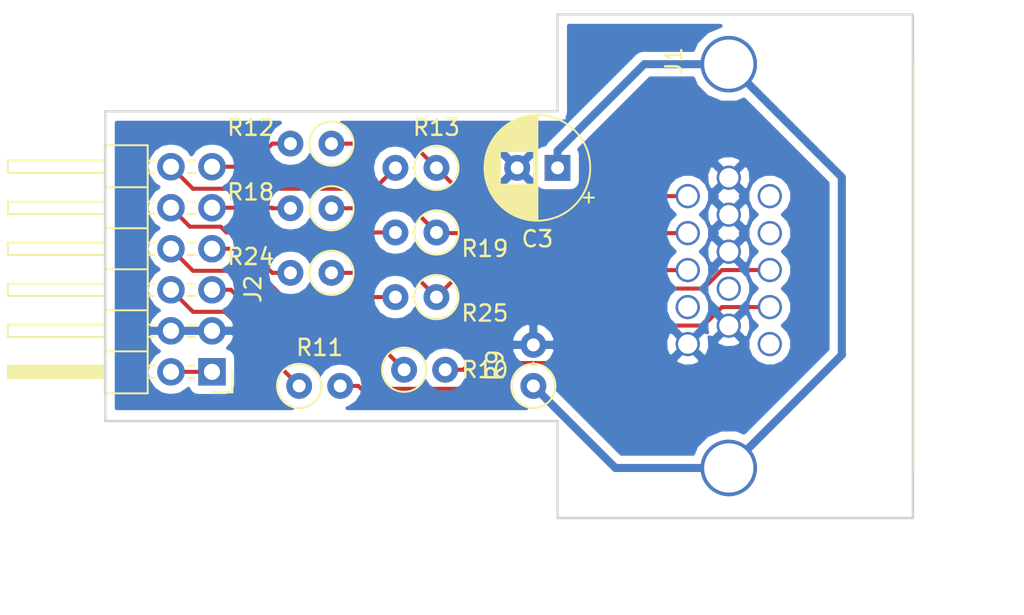
<source format=kicad_pcb>
(kicad_pcb (version 20171130) (host pcbnew 5.0.2+dfsg1-1~bpo9+1)

  (general
    (thickness 1.6)
    (drawings 9)
    (tracks 66)
    (zones 0)
    (modules 12)
    (nets 22)
  )

  (page A4)
  (layers
    (0 F.Cu signal)
    (31 B.Cu signal)
    (32 B.Adhes user)
    (33 F.Adhes user)
    (34 B.Paste user)
    (35 F.Paste user)
    (36 B.SilkS user)
    (37 F.SilkS user)
    (38 B.Mask user)
    (39 F.Mask user)
    (40 Dwgs.User user)
    (41 Cmts.User user)
    (42 Eco1.User user)
    (43 Eco2.User user)
    (44 Edge.Cuts user)
    (45 Margin user)
    (46 B.CrtYd user)
    (47 F.CrtYd user)
    (48 B.Fab user)
    (49 F.Fab user)
  )

  (setup
    (last_trace_width 0.25)
    (trace_clearance 0.2)
    (zone_clearance 0.508)
    (zone_45_only no)
    (trace_min 0.2)
    (segment_width 0.2)
    (edge_width 0.15)
    (via_size 0.8)
    (via_drill 0.4)
    (via_min_size 0.4)
    (via_min_drill 0.3)
    (user_via 0.6 0.3)
    (uvia_size 0.3)
    (uvia_drill 0.1)
    (uvias_allowed no)
    (uvia_min_size 0.2)
    (uvia_min_drill 0.1)
    (pcb_text_width 0.3)
    (pcb_text_size 1.5 1.5)
    (mod_edge_width 0.15)
    (mod_text_size 1 1)
    (mod_text_width 0.15)
    (pad_size 1.524 1.524)
    (pad_drill 0.762)
    (pad_to_mask_clearance 0.051)
    (solder_mask_min_width 0.25)
    (aux_axis_origin 100 50)
    (visible_elements 7FFFFFFF)
    (pcbplotparams
      (layerselection 0x010fc_ffffffff)
      (usegerberextensions false)
      (usegerberattributes false)
      (usegerberadvancedattributes false)
      (creategerberjobfile false)
      (excludeedgelayer true)
      (linewidth 0.100000)
      (plotframeref false)
      (viasonmask false)
      (mode 1)
      (useauxorigin false)
      (hpglpennumber 1)
      (hpglpenspeed 20)
      (hpglpendiameter 15.000000)
      (psnegative false)
      (psa4output false)
      (plotreference true)
      (plotvalue true)
      (plotinvisibletext false)
      (padsonsilk false)
      (subtractmaskfromsilk false)
      (outputformat 1)
      (mirror false)
      (drillshape 0)
      (scaleselection 1)
      (outputdirectory ""))
  )

  (net 0 "")
  (net 1 GND)
  (net 2 +3V3)
  (net 3 B2)
  (net 4 B3)
  (net 5 G2)
  (net 6 G3)
  (net 7 R2)
  (net 8 R3)
  (net 9 VS)
  (net 10 HS)
  (net 11 VGA_R)
  (net 12 VGA_HS)
  (net 13 VGA_VS)
  (net 14 VGA_B)
  (net 15 VGA_G)
  (net 16 "Net-(J1-Pad15)")
  (net 17 "Net-(J1-Pad12)")
  (net 18 "Net-(J1-Pad11)")
  (net 19 "Net-(J1-Pad9)")
  (net 20 "Net-(J1-Pad4)")
  (net 21 "Net-(C3-Pad1)")

  (net_class Default "This is the default net class."
    (clearance 0.2)
    (trace_width 0.25)
    (via_dia 0.8)
    (via_drill 0.4)
    (uvia_dia 0.3)
    (uvia_drill 0.1)
    (add_net +3V3)
    (add_net B2)
    (add_net B3)
    (add_net G2)
    (add_net G3)
    (add_net GND)
    (add_net HS)
    (add_net "Net-(C3-Pad1)")
    (add_net "Net-(J1-Pad11)")
    (add_net "Net-(J1-Pad12)")
    (add_net "Net-(J1-Pad15)")
    (add_net "Net-(J1-Pad4)")
    (add_net "Net-(J1-Pad9)")
    (add_net R2)
    (add_net R3)
    (add_net VGA_B)
    (add_net VGA_G)
    (add_net VGA_HS)
    (add_net VGA_R)
    (add_net VGA_VS)
    (add_net VS)
  )

  (module Capacitor_THT:CP_Radial_D6.3mm_P2.50mm (layer F.Cu) (tedit 5AE50EF0) (tstamp 61524F8C)
    (at 128 53.5 180)
    (descr "CP, Radial series, Radial, pin pitch=2.50mm, , diameter=6.3mm, Electrolytic Capacitor")
    (tags "CP Radial series Radial pin pitch 2.50mm  diameter 6.3mm Electrolytic Capacitor")
    (path /613DBE4A)
    (fp_text reference C3 (at 1.25 -4.4 180) (layer F.SilkS)
      (effects (font (size 1 1) (thickness 0.15)))
    )
    (fp_text value "1nF (250V)" (at 1.25 4.4 180) (layer F.Fab)
      (effects (font (size 1 1) (thickness 0.15)))
    )
    (fp_circle (center 1.25 0) (end 4.4 0) (layer F.Fab) (width 0.1))
    (fp_circle (center 1.25 0) (end 4.52 0) (layer F.SilkS) (width 0.12))
    (fp_circle (center 1.25 0) (end 4.65 0) (layer F.CrtYd) (width 0.05))
    (fp_line (start -1.443972 -1.3735) (end -0.813972 -1.3735) (layer F.Fab) (width 0.1))
    (fp_line (start -1.128972 -1.6885) (end -1.128972 -1.0585) (layer F.Fab) (width 0.1))
    (fp_line (start 1.25 -3.23) (end 1.25 3.23) (layer F.SilkS) (width 0.12))
    (fp_line (start 1.29 -3.23) (end 1.29 3.23) (layer F.SilkS) (width 0.12))
    (fp_line (start 1.33 -3.23) (end 1.33 3.23) (layer F.SilkS) (width 0.12))
    (fp_line (start 1.37 -3.228) (end 1.37 3.228) (layer F.SilkS) (width 0.12))
    (fp_line (start 1.41 -3.227) (end 1.41 3.227) (layer F.SilkS) (width 0.12))
    (fp_line (start 1.45 -3.224) (end 1.45 3.224) (layer F.SilkS) (width 0.12))
    (fp_line (start 1.49 -3.222) (end 1.49 -1.04) (layer F.SilkS) (width 0.12))
    (fp_line (start 1.49 1.04) (end 1.49 3.222) (layer F.SilkS) (width 0.12))
    (fp_line (start 1.53 -3.218) (end 1.53 -1.04) (layer F.SilkS) (width 0.12))
    (fp_line (start 1.53 1.04) (end 1.53 3.218) (layer F.SilkS) (width 0.12))
    (fp_line (start 1.57 -3.215) (end 1.57 -1.04) (layer F.SilkS) (width 0.12))
    (fp_line (start 1.57 1.04) (end 1.57 3.215) (layer F.SilkS) (width 0.12))
    (fp_line (start 1.61 -3.211) (end 1.61 -1.04) (layer F.SilkS) (width 0.12))
    (fp_line (start 1.61 1.04) (end 1.61 3.211) (layer F.SilkS) (width 0.12))
    (fp_line (start 1.65 -3.206) (end 1.65 -1.04) (layer F.SilkS) (width 0.12))
    (fp_line (start 1.65 1.04) (end 1.65 3.206) (layer F.SilkS) (width 0.12))
    (fp_line (start 1.69 -3.201) (end 1.69 -1.04) (layer F.SilkS) (width 0.12))
    (fp_line (start 1.69 1.04) (end 1.69 3.201) (layer F.SilkS) (width 0.12))
    (fp_line (start 1.73 -3.195) (end 1.73 -1.04) (layer F.SilkS) (width 0.12))
    (fp_line (start 1.73 1.04) (end 1.73 3.195) (layer F.SilkS) (width 0.12))
    (fp_line (start 1.77 -3.189) (end 1.77 -1.04) (layer F.SilkS) (width 0.12))
    (fp_line (start 1.77 1.04) (end 1.77 3.189) (layer F.SilkS) (width 0.12))
    (fp_line (start 1.81 -3.182) (end 1.81 -1.04) (layer F.SilkS) (width 0.12))
    (fp_line (start 1.81 1.04) (end 1.81 3.182) (layer F.SilkS) (width 0.12))
    (fp_line (start 1.85 -3.175) (end 1.85 -1.04) (layer F.SilkS) (width 0.12))
    (fp_line (start 1.85 1.04) (end 1.85 3.175) (layer F.SilkS) (width 0.12))
    (fp_line (start 1.89 -3.167) (end 1.89 -1.04) (layer F.SilkS) (width 0.12))
    (fp_line (start 1.89 1.04) (end 1.89 3.167) (layer F.SilkS) (width 0.12))
    (fp_line (start 1.93 -3.159) (end 1.93 -1.04) (layer F.SilkS) (width 0.12))
    (fp_line (start 1.93 1.04) (end 1.93 3.159) (layer F.SilkS) (width 0.12))
    (fp_line (start 1.971 -3.15) (end 1.971 -1.04) (layer F.SilkS) (width 0.12))
    (fp_line (start 1.971 1.04) (end 1.971 3.15) (layer F.SilkS) (width 0.12))
    (fp_line (start 2.011 -3.141) (end 2.011 -1.04) (layer F.SilkS) (width 0.12))
    (fp_line (start 2.011 1.04) (end 2.011 3.141) (layer F.SilkS) (width 0.12))
    (fp_line (start 2.051 -3.131) (end 2.051 -1.04) (layer F.SilkS) (width 0.12))
    (fp_line (start 2.051 1.04) (end 2.051 3.131) (layer F.SilkS) (width 0.12))
    (fp_line (start 2.091 -3.121) (end 2.091 -1.04) (layer F.SilkS) (width 0.12))
    (fp_line (start 2.091 1.04) (end 2.091 3.121) (layer F.SilkS) (width 0.12))
    (fp_line (start 2.131 -3.11) (end 2.131 -1.04) (layer F.SilkS) (width 0.12))
    (fp_line (start 2.131 1.04) (end 2.131 3.11) (layer F.SilkS) (width 0.12))
    (fp_line (start 2.171 -3.098) (end 2.171 -1.04) (layer F.SilkS) (width 0.12))
    (fp_line (start 2.171 1.04) (end 2.171 3.098) (layer F.SilkS) (width 0.12))
    (fp_line (start 2.211 -3.086) (end 2.211 -1.04) (layer F.SilkS) (width 0.12))
    (fp_line (start 2.211 1.04) (end 2.211 3.086) (layer F.SilkS) (width 0.12))
    (fp_line (start 2.251 -3.074) (end 2.251 -1.04) (layer F.SilkS) (width 0.12))
    (fp_line (start 2.251 1.04) (end 2.251 3.074) (layer F.SilkS) (width 0.12))
    (fp_line (start 2.291 -3.061) (end 2.291 -1.04) (layer F.SilkS) (width 0.12))
    (fp_line (start 2.291 1.04) (end 2.291 3.061) (layer F.SilkS) (width 0.12))
    (fp_line (start 2.331 -3.047) (end 2.331 -1.04) (layer F.SilkS) (width 0.12))
    (fp_line (start 2.331 1.04) (end 2.331 3.047) (layer F.SilkS) (width 0.12))
    (fp_line (start 2.371 -3.033) (end 2.371 -1.04) (layer F.SilkS) (width 0.12))
    (fp_line (start 2.371 1.04) (end 2.371 3.033) (layer F.SilkS) (width 0.12))
    (fp_line (start 2.411 -3.018) (end 2.411 -1.04) (layer F.SilkS) (width 0.12))
    (fp_line (start 2.411 1.04) (end 2.411 3.018) (layer F.SilkS) (width 0.12))
    (fp_line (start 2.451 -3.002) (end 2.451 -1.04) (layer F.SilkS) (width 0.12))
    (fp_line (start 2.451 1.04) (end 2.451 3.002) (layer F.SilkS) (width 0.12))
    (fp_line (start 2.491 -2.986) (end 2.491 -1.04) (layer F.SilkS) (width 0.12))
    (fp_line (start 2.491 1.04) (end 2.491 2.986) (layer F.SilkS) (width 0.12))
    (fp_line (start 2.531 -2.97) (end 2.531 -1.04) (layer F.SilkS) (width 0.12))
    (fp_line (start 2.531 1.04) (end 2.531 2.97) (layer F.SilkS) (width 0.12))
    (fp_line (start 2.571 -2.952) (end 2.571 -1.04) (layer F.SilkS) (width 0.12))
    (fp_line (start 2.571 1.04) (end 2.571 2.952) (layer F.SilkS) (width 0.12))
    (fp_line (start 2.611 -2.934) (end 2.611 -1.04) (layer F.SilkS) (width 0.12))
    (fp_line (start 2.611 1.04) (end 2.611 2.934) (layer F.SilkS) (width 0.12))
    (fp_line (start 2.651 -2.916) (end 2.651 -1.04) (layer F.SilkS) (width 0.12))
    (fp_line (start 2.651 1.04) (end 2.651 2.916) (layer F.SilkS) (width 0.12))
    (fp_line (start 2.691 -2.896) (end 2.691 -1.04) (layer F.SilkS) (width 0.12))
    (fp_line (start 2.691 1.04) (end 2.691 2.896) (layer F.SilkS) (width 0.12))
    (fp_line (start 2.731 -2.876) (end 2.731 -1.04) (layer F.SilkS) (width 0.12))
    (fp_line (start 2.731 1.04) (end 2.731 2.876) (layer F.SilkS) (width 0.12))
    (fp_line (start 2.771 -2.856) (end 2.771 -1.04) (layer F.SilkS) (width 0.12))
    (fp_line (start 2.771 1.04) (end 2.771 2.856) (layer F.SilkS) (width 0.12))
    (fp_line (start 2.811 -2.834) (end 2.811 -1.04) (layer F.SilkS) (width 0.12))
    (fp_line (start 2.811 1.04) (end 2.811 2.834) (layer F.SilkS) (width 0.12))
    (fp_line (start 2.851 -2.812) (end 2.851 -1.04) (layer F.SilkS) (width 0.12))
    (fp_line (start 2.851 1.04) (end 2.851 2.812) (layer F.SilkS) (width 0.12))
    (fp_line (start 2.891 -2.79) (end 2.891 -1.04) (layer F.SilkS) (width 0.12))
    (fp_line (start 2.891 1.04) (end 2.891 2.79) (layer F.SilkS) (width 0.12))
    (fp_line (start 2.931 -2.766) (end 2.931 -1.04) (layer F.SilkS) (width 0.12))
    (fp_line (start 2.931 1.04) (end 2.931 2.766) (layer F.SilkS) (width 0.12))
    (fp_line (start 2.971 -2.742) (end 2.971 -1.04) (layer F.SilkS) (width 0.12))
    (fp_line (start 2.971 1.04) (end 2.971 2.742) (layer F.SilkS) (width 0.12))
    (fp_line (start 3.011 -2.716) (end 3.011 -1.04) (layer F.SilkS) (width 0.12))
    (fp_line (start 3.011 1.04) (end 3.011 2.716) (layer F.SilkS) (width 0.12))
    (fp_line (start 3.051 -2.69) (end 3.051 -1.04) (layer F.SilkS) (width 0.12))
    (fp_line (start 3.051 1.04) (end 3.051 2.69) (layer F.SilkS) (width 0.12))
    (fp_line (start 3.091 -2.664) (end 3.091 -1.04) (layer F.SilkS) (width 0.12))
    (fp_line (start 3.091 1.04) (end 3.091 2.664) (layer F.SilkS) (width 0.12))
    (fp_line (start 3.131 -2.636) (end 3.131 -1.04) (layer F.SilkS) (width 0.12))
    (fp_line (start 3.131 1.04) (end 3.131 2.636) (layer F.SilkS) (width 0.12))
    (fp_line (start 3.171 -2.607) (end 3.171 -1.04) (layer F.SilkS) (width 0.12))
    (fp_line (start 3.171 1.04) (end 3.171 2.607) (layer F.SilkS) (width 0.12))
    (fp_line (start 3.211 -2.578) (end 3.211 -1.04) (layer F.SilkS) (width 0.12))
    (fp_line (start 3.211 1.04) (end 3.211 2.578) (layer F.SilkS) (width 0.12))
    (fp_line (start 3.251 -2.548) (end 3.251 -1.04) (layer F.SilkS) (width 0.12))
    (fp_line (start 3.251 1.04) (end 3.251 2.548) (layer F.SilkS) (width 0.12))
    (fp_line (start 3.291 -2.516) (end 3.291 -1.04) (layer F.SilkS) (width 0.12))
    (fp_line (start 3.291 1.04) (end 3.291 2.516) (layer F.SilkS) (width 0.12))
    (fp_line (start 3.331 -2.484) (end 3.331 -1.04) (layer F.SilkS) (width 0.12))
    (fp_line (start 3.331 1.04) (end 3.331 2.484) (layer F.SilkS) (width 0.12))
    (fp_line (start 3.371 -2.45) (end 3.371 -1.04) (layer F.SilkS) (width 0.12))
    (fp_line (start 3.371 1.04) (end 3.371 2.45) (layer F.SilkS) (width 0.12))
    (fp_line (start 3.411 -2.416) (end 3.411 -1.04) (layer F.SilkS) (width 0.12))
    (fp_line (start 3.411 1.04) (end 3.411 2.416) (layer F.SilkS) (width 0.12))
    (fp_line (start 3.451 -2.38) (end 3.451 -1.04) (layer F.SilkS) (width 0.12))
    (fp_line (start 3.451 1.04) (end 3.451 2.38) (layer F.SilkS) (width 0.12))
    (fp_line (start 3.491 -2.343) (end 3.491 -1.04) (layer F.SilkS) (width 0.12))
    (fp_line (start 3.491 1.04) (end 3.491 2.343) (layer F.SilkS) (width 0.12))
    (fp_line (start 3.531 -2.305) (end 3.531 -1.04) (layer F.SilkS) (width 0.12))
    (fp_line (start 3.531 1.04) (end 3.531 2.305) (layer F.SilkS) (width 0.12))
    (fp_line (start 3.571 -2.265) (end 3.571 2.265) (layer F.SilkS) (width 0.12))
    (fp_line (start 3.611 -2.224) (end 3.611 2.224) (layer F.SilkS) (width 0.12))
    (fp_line (start 3.651 -2.182) (end 3.651 2.182) (layer F.SilkS) (width 0.12))
    (fp_line (start 3.691 -2.137) (end 3.691 2.137) (layer F.SilkS) (width 0.12))
    (fp_line (start 3.731 -2.092) (end 3.731 2.092) (layer F.SilkS) (width 0.12))
    (fp_line (start 3.771 -2.044) (end 3.771 2.044) (layer F.SilkS) (width 0.12))
    (fp_line (start 3.811 -1.995) (end 3.811 1.995) (layer F.SilkS) (width 0.12))
    (fp_line (start 3.851 -1.944) (end 3.851 1.944) (layer F.SilkS) (width 0.12))
    (fp_line (start 3.891 -1.89) (end 3.891 1.89) (layer F.SilkS) (width 0.12))
    (fp_line (start 3.931 -1.834) (end 3.931 1.834) (layer F.SilkS) (width 0.12))
    (fp_line (start 3.971 -1.776) (end 3.971 1.776) (layer F.SilkS) (width 0.12))
    (fp_line (start 4.011 -1.714) (end 4.011 1.714) (layer F.SilkS) (width 0.12))
    (fp_line (start 4.051 -1.65) (end 4.051 1.65) (layer F.SilkS) (width 0.12))
    (fp_line (start 4.091 -1.581) (end 4.091 1.581) (layer F.SilkS) (width 0.12))
    (fp_line (start 4.131 -1.509) (end 4.131 1.509) (layer F.SilkS) (width 0.12))
    (fp_line (start 4.171 -1.432) (end 4.171 1.432) (layer F.SilkS) (width 0.12))
    (fp_line (start 4.211 -1.35) (end 4.211 1.35) (layer F.SilkS) (width 0.12))
    (fp_line (start 4.251 -1.262) (end 4.251 1.262) (layer F.SilkS) (width 0.12))
    (fp_line (start 4.291 -1.165) (end 4.291 1.165) (layer F.SilkS) (width 0.12))
    (fp_line (start 4.331 -1.059) (end 4.331 1.059) (layer F.SilkS) (width 0.12))
    (fp_line (start 4.371 -0.94) (end 4.371 0.94) (layer F.SilkS) (width 0.12))
    (fp_line (start 4.411 -0.802) (end 4.411 0.802) (layer F.SilkS) (width 0.12))
    (fp_line (start 4.451 -0.633) (end 4.451 0.633) (layer F.SilkS) (width 0.12))
    (fp_line (start 4.491 -0.402) (end 4.491 0.402) (layer F.SilkS) (width 0.12))
    (fp_line (start -2.250241 -1.839) (end -1.620241 -1.839) (layer F.SilkS) (width 0.12))
    (fp_line (start -1.935241 -2.154) (end -1.935241 -1.524) (layer F.SilkS) (width 0.12))
    (fp_text user %R (at 1.25 0 180) (layer F.Fab)
      (effects (font (size 1 1) (thickness 0.15)))
    )
    (pad 1 thru_hole rect (at 0 0 180) (size 1.6 1.6) (drill 0.8) (layers *.Cu *.Mask)
      (net 21 "Net-(C3-Pad1)"))
    (pad 2 thru_hole circle (at 2.5 0 180) (size 1.6 1.6) (drill 0.8) (layers *.Cu *.Mask)
      (net 1 GND))
    (model ${KISYS3DMOD}/Capacitor_THT.3dshapes/CP_Radial_D6.3mm_P2.50mm.wrl
      (at (xyz 0 0 0))
      (scale (xyz 1 1 1))
      (rotate (xyz 0 0 0))
    )
  )

  (module Resistor_THT:R_Axial_DIN0207_L6.3mm_D2.5mm_P2.54mm_Vertical (layer F.Cu) (tedit 5AE5139B) (tstamp 61524E5C)
    (at 120.5 61.5 180)
    (descr "Resistor, Axial_DIN0207 series, Axial, Vertical, pin pitch=2.54mm, 0.25W = 1/4W, length*diameter=6.3*2.5mm^2, http://cdn-reichelt.de/documents/datenblatt/B400/1_4W%23YAG.pdf")
    (tags "Resistor Axial_DIN0207 series Axial Vertical pin pitch 2.54mm 0.25W = 1/4W length 6.3mm diameter 2.5mm")
    (path /613E5ED0)
    (fp_text reference R25 (at -3 -1 180) (layer F.SilkS)
      (effects (font (size 1 1) (thickness 0.15)))
    )
    (fp_text value 1k (at 1.27 2.37 180) (layer F.Fab)
      (effects (font (size 1 1) (thickness 0.15)))
    )
    (fp_circle (center 0 0) (end 1.25 0) (layer F.Fab) (width 0.1))
    (fp_circle (center 0 0) (end 1.37 0) (layer F.SilkS) (width 0.12))
    (fp_line (start 0 0) (end 2.54 0) (layer F.Fab) (width 0.1))
    (fp_line (start 1.37 0) (end 1.44 0) (layer F.SilkS) (width 0.12))
    (fp_line (start -1.5 -1.5) (end -1.5 1.5) (layer F.CrtYd) (width 0.05))
    (fp_line (start -1.5 1.5) (end 3.59 1.5) (layer F.CrtYd) (width 0.05))
    (fp_line (start 3.59 1.5) (end 3.59 -1.5) (layer F.CrtYd) (width 0.05))
    (fp_line (start 3.59 -1.5) (end -1.5 -1.5) (layer F.CrtYd) (width 0.05))
    (fp_text user %R (at 1.27 -2.37 180) (layer F.Fab)
      (effects (font (size 1 1) (thickness 0.15)))
    )
    (pad 1 thru_hole circle (at 0 0 180) (size 1.6 1.6) (drill 0.8) (layers *.Cu *.Mask)
      (net 14 VGA_B))
    (pad 2 thru_hole oval (at 2.54 0 180) (size 1.6 1.6) (drill 0.8) (layers *.Cu *.Mask)
      (net 3 B2))
    (model ${KISYS3DMOD}/Resistor_THT.3dshapes/R_Axial_DIN0207_L6.3mm_D2.5mm_P2.54mm_Vertical.wrl
      (at (xyz 0 0 0))
      (scale (xyz 1 1 1))
      (rotate (xyz 0 0 0))
    )
  )

  (module Resistor_THT:R_Axial_DIN0207_L6.3mm_D2.5mm_P2.54mm_Vertical (layer F.Cu) (tedit 5AE5139B) (tstamp 61524E4E)
    (at 114 60 180)
    (descr "Resistor, Axial_DIN0207 series, Axial, Vertical, pin pitch=2.54mm, 0.25W = 1/4W, length*diameter=6.3*2.5mm^2, http://cdn-reichelt.de/documents/datenblatt/B400/1_4W%23YAG.pdf")
    (tags "Resistor Axial_DIN0207 series Axial Vertical pin pitch 2.54mm 0.25W = 1/4W length 6.3mm diameter 2.5mm")
    (path /613E5EC0)
    (fp_text reference R24 (at 5 1 180) (layer F.SilkS)
      (effects (font (size 1 1) (thickness 0.15)))
    )
    (fp_text value 510 (at 1.27 2.37 180) (layer F.Fab)
      (effects (font (size 1 1) (thickness 0.15)))
    )
    (fp_text user %R (at 1.27 -2.37 180) (layer F.Fab)
      (effects (font (size 1 1) (thickness 0.15)))
    )
    (fp_line (start 3.59 -1.5) (end -1.5 -1.5) (layer F.CrtYd) (width 0.05))
    (fp_line (start 3.59 1.5) (end 3.59 -1.5) (layer F.CrtYd) (width 0.05))
    (fp_line (start -1.5 1.5) (end 3.59 1.5) (layer F.CrtYd) (width 0.05))
    (fp_line (start -1.5 -1.5) (end -1.5 1.5) (layer F.CrtYd) (width 0.05))
    (fp_line (start 1.37 0) (end 1.44 0) (layer F.SilkS) (width 0.12))
    (fp_line (start 0 0) (end 2.54 0) (layer F.Fab) (width 0.1))
    (fp_circle (center 0 0) (end 1.37 0) (layer F.SilkS) (width 0.12))
    (fp_circle (center 0 0) (end 1.25 0) (layer F.Fab) (width 0.1))
    (pad 2 thru_hole oval (at 2.54 0 180) (size 1.6 1.6) (drill 0.8) (layers *.Cu *.Mask)
      (net 4 B3))
    (pad 1 thru_hole circle (at 0 0 180) (size 1.6 1.6) (drill 0.8) (layers *.Cu *.Mask)
      (net 14 VGA_B))
    (model ${KISYS3DMOD}/Resistor_THT.3dshapes/R_Axial_DIN0207_L6.3mm_D2.5mm_P2.54mm_Vertical.wrl
      (at (xyz 0 0 0))
      (scale (xyz 1 1 1))
      (rotate (xyz 0 0 0))
    )
  )

  (module Resistor_THT:R_Axial_DIN0207_L6.3mm_D2.5mm_P2.54mm_Vertical (layer F.Cu) (tedit 5AE5139B) (tstamp 61524E40)
    (at 120.5 57.5 180)
    (descr "Resistor, Axial_DIN0207 series, Axial, Vertical, pin pitch=2.54mm, 0.25W = 1/4W, length*diameter=6.3*2.5mm^2, http://cdn-reichelt.de/documents/datenblatt/B400/1_4W%23YAG.pdf")
    (tags "Resistor Axial_DIN0207 series Axial Vertical pin pitch 2.54mm 0.25W = 1/4W length 6.3mm diameter 2.5mm")
    (path /613E5CC1)
    (fp_text reference R19 (at -3 -1 180) (layer F.SilkS)
      (effects (font (size 1 1) (thickness 0.15)))
    )
    (fp_text value 1k (at 1.27 2.37 180) (layer F.Fab)
      (effects (font (size 1 1) (thickness 0.15)))
    )
    (fp_circle (center 0 0) (end 1.25 0) (layer F.Fab) (width 0.1))
    (fp_circle (center 0 0) (end 1.37 0) (layer F.SilkS) (width 0.12))
    (fp_line (start 0 0) (end 2.54 0) (layer F.Fab) (width 0.1))
    (fp_line (start 1.37 0) (end 1.44 0) (layer F.SilkS) (width 0.12))
    (fp_line (start -1.5 -1.5) (end -1.5 1.5) (layer F.CrtYd) (width 0.05))
    (fp_line (start -1.5 1.5) (end 3.59 1.5) (layer F.CrtYd) (width 0.05))
    (fp_line (start 3.59 1.5) (end 3.59 -1.5) (layer F.CrtYd) (width 0.05))
    (fp_line (start 3.59 -1.5) (end -1.5 -1.5) (layer F.CrtYd) (width 0.05))
    (fp_text user %R (at 1.27 -2.37 180) (layer F.Fab)
      (effects (font (size 1 1) (thickness 0.15)))
    )
    (pad 1 thru_hole circle (at 0 0 180) (size 1.6 1.6) (drill 0.8) (layers *.Cu *.Mask)
      (net 15 VGA_G))
    (pad 2 thru_hole oval (at 2.54 0 180) (size 1.6 1.6) (drill 0.8) (layers *.Cu *.Mask)
      (net 5 G2))
    (model ${KISYS3DMOD}/Resistor_THT.3dshapes/R_Axial_DIN0207_L6.3mm_D2.5mm_P2.54mm_Vertical.wrl
      (at (xyz 0 0 0))
      (scale (xyz 1 1 1))
      (rotate (xyz 0 0 0))
    )
  )

  (module Resistor_THT:R_Axial_DIN0207_L6.3mm_D2.5mm_P2.54mm_Vertical (layer F.Cu) (tedit 5AE5139B) (tstamp 61524E32)
    (at 114 56 180)
    (descr "Resistor, Axial_DIN0207 series, Axial, Vertical, pin pitch=2.54mm, 0.25W = 1/4W, length*diameter=6.3*2.5mm^2, http://cdn-reichelt.de/documents/datenblatt/B400/1_4W%23YAG.pdf")
    (tags "Resistor Axial_DIN0207 series Axial Vertical pin pitch 2.54mm 0.25W = 1/4W length 6.3mm diameter 2.5mm")
    (path /613E5CB1)
    (fp_text reference R18 (at 5 1 180) (layer F.SilkS)
      (effects (font (size 1 1) (thickness 0.15)))
    )
    (fp_text value 510 (at 1.27 2.37 180) (layer F.Fab)
      (effects (font (size 1 1) (thickness 0.15)))
    )
    (fp_text user %R (at 1.27 -2.37 180) (layer F.Fab)
      (effects (font (size 1 1) (thickness 0.15)))
    )
    (fp_line (start 3.59 -1.5) (end -1.5 -1.5) (layer F.CrtYd) (width 0.05))
    (fp_line (start 3.59 1.5) (end 3.59 -1.5) (layer F.CrtYd) (width 0.05))
    (fp_line (start -1.5 1.5) (end 3.59 1.5) (layer F.CrtYd) (width 0.05))
    (fp_line (start -1.5 -1.5) (end -1.5 1.5) (layer F.CrtYd) (width 0.05))
    (fp_line (start 1.37 0) (end 1.44 0) (layer F.SilkS) (width 0.12))
    (fp_line (start 0 0) (end 2.54 0) (layer F.Fab) (width 0.1))
    (fp_circle (center 0 0) (end 1.37 0) (layer F.SilkS) (width 0.12))
    (fp_circle (center 0 0) (end 1.25 0) (layer F.Fab) (width 0.1))
    (pad 2 thru_hole oval (at 2.54 0 180) (size 1.6 1.6) (drill 0.8) (layers *.Cu *.Mask)
      (net 6 G3))
    (pad 1 thru_hole circle (at 0 0 180) (size 1.6 1.6) (drill 0.8) (layers *.Cu *.Mask)
      (net 15 VGA_G))
    (model ${KISYS3DMOD}/Resistor_THT.3dshapes/R_Axial_DIN0207_L6.3mm_D2.5mm_P2.54mm_Vertical.wrl
      (at (xyz 0 0 0))
      (scale (xyz 1 1 1))
      (rotate (xyz 0 0 0))
    )
  )

  (module Resistor_THT:R_Axial_DIN0207_L6.3mm_D2.5mm_P2.54mm_Vertical (layer F.Cu) (tedit 5AE5139B) (tstamp 61524E24)
    (at 120.5 53.5 180)
    (descr "Resistor, Axial_DIN0207 series, Axial, Vertical, pin pitch=2.54mm, 0.25W = 1/4W, length*diameter=6.3*2.5mm^2, http://cdn-reichelt.de/documents/datenblatt/B400/1_4W%23YAG.pdf")
    (tags "Resistor Axial_DIN0207 series Axial Vertical pin pitch 2.54mm 0.25W = 1/4W length 6.3mm diameter 2.5mm")
    (path /613E3877)
    (fp_text reference R13 (at 0 2.5 180) (layer F.SilkS)
      (effects (font (size 1 1) (thickness 0.15)))
    )
    (fp_text value 1k (at 1.27 2.37 180) (layer F.Fab)
      (effects (font (size 1 1) (thickness 0.15)))
    )
    (fp_circle (center 0 0) (end 1.25 0) (layer F.Fab) (width 0.1))
    (fp_circle (center 0 0) (end 1.37 0) (layer F.SilkS) (width 0.12))
    (fp_line (start 0 0) (end 2.54 0) (layer F.Fab) (width 0.1))
    (fp_line (start 1.37 0) (end 1.44 0) (layer F.SilkS) (width 0.12))
    (fp_line (start -1.5 -1.5) (end -1.5 1.5) (layer F.CrtYd) (width 0.05))
    (fp_line (start -1.5 1.5) (end 3.59 1.5) (layer F.CrtYd) (width 0.05))
    (fp_line (start 3.59 1.5) (end 3.59 -1.5) (layer F.CrtYd) (width 0.05))
    (fp_line (start 3.59 -1.5) (end -1.5 -1.5) (layer F.CrtYd) (width 0.05))
    (fp_text user %R (at 1.27 -2.37 180) (layer F.Fab)
      (effects (font (size 1 1) (thickness 0.15)))
    )
    (pad 1 thru_hole circle (at 0 0 180) (size 1.6 1.6) (drill 0.8) (layers *.Cu *.Mask)
      (net 11 VGA_R))
    (pad 2 thru_hole oval (at 2.54 0 180) (size 1.6 1.6) (drill 0.8) (layers *.Cu *.Mask)
      (net 7 R2))
    (model ${KISYS3DMOD}/Resistor_THT.3dshapes/R_Axial_DIN0207_L6.3mm_D2.5mm_P2.54mm_Vertical.wrl
      (at (xyz 0 0 0))
      (scale (xyz 1 1 1))
      (rotate (xyz 0 0 0))
    )
  )

  (module Resistor_THT:R_Axial_DIN0207_L6.3mm_D2.5mm_P2.54mm_Vertical (layer F.Cu) (tedit 5AE5139B) (tstamp 61524E16)
    (at 114 52 180)
    (descr "Resistor, Axial_DIN0207 series, Axial, Vertical, pin pitch=2.54mm, 0.25W = 1/4W, length*diameter=6.3*2.5mm^2, http://cdn-reichelt.de/documents/datenblatt/B400/1_4W%23YAG.pdf")
    (tags "Resistor Axial_DIN0207 series Axial Vertical pin pitch 2.54mm 0.25W = 1/4W length 6.3mm diameter 2.5mm")
    (path /613E31B9)
    (fp_text reference R12 (at 5 1 180) (layer F.SilkS)
      (effects (font (size 1 1) (thickness 0.15)))
    )
    (fp_text value 510 (at 1.27 2.37 180) (layer F.Fab)
      (effects (font (size 1 1) (thickness 0.15)))
    )
    (fp_text user %R (at 1.27 -2.37 180) (layer F.Fab)
      (effects (font (size 1 1) (thickness 0.15)))
    )
    (fp_line (start 3.59 -1.5) (end -1.5 -1.5) (layer F.CrtYd) (width 0.05))
    (fp_line (start 3.59 1.5) (end 3.59 -1.5) (layer F.CrtYd) (width 0.05))
    (fp_line (start -1.5 1.5) (end 3.59 1.5) (layer F.CrtYd) (width 0.05))
    (fp_line (start -1.5 -1.5) (end -1.5 1.5) (layer F.CrtYd) (width 0.05))
    (fp_line (start 1.37 0) (end 1.44 0) (layer F.SilkS) (width 0.12))
    (fp_line (start 0 0) (end 2.54 0) (layer F.Fab) (width 0.1))
    (fp_circle (center 0 0) (end 1.37 0) (layer F.SilkS) (width 0.12))
    (fp_circle (center 0 0) (end 1.25 0) (layer F.Fab) (width 0.1))
    (pad 2 thru_hole oval (at 2.54 0 180) (size 1.6 1.6) (drill 0.8) (layers *.Cu *.Mask)
      (net 8 R3))
    (pad 1 thru_hole circle (at 0 0 180) (size 1.6 1.6) (drill 0.8) (layers *.Cu *.Mask)
      (net 11 VGA_R))
    (model ${KISYS3DMOD}/Resistor_THT.3dshapes/R_Axial_DIN0207_L6.3mm_D2.5mm_P2.54mm_Vertical.wrl
      (at (xyz 0 0 0))
      (scale (xyz 1 1 1))
      (rotate (xyz 0 0 0))
    )
  )

  (module Resistor_THT:R_Axial_DIN0207_L6.3mm_D2.5mm_P2.54mm_Vertical (layer F.Cu) (tedit 5AE5139B) (tstamp 61524DD0)
    (at 126.5 67 90)
    (descr "Resistor, Axial_DIN0207 series, Axial, Vertical, pin pitch=2.54mm, 0.25W = 1/4W, length*diameter=6.3*2.5mm^2, http://cdn-reichelt.de/documents/datenblatt/B400/1_4W%23YAG.pdf")
    (tags "Resistor Axial_DIN0207 series Axial Vertical pin pitch 2.54mm 0.25W = 1/4W length 6.3mm diameter 2.5mm")
    (path /613DBDAB)
    (fp_text reference R9 (at 1.27 -2.37 90) (layer F.SilkS)
      (effects (font (size 1 1) (thickness 0.15)))
    )
    (fp_text value "1M (5% .25W)" (at 1.27 2.37 90) (layer F.Fab)
      (effects (font (size 1 1) (thickness 0.15)))
    )
    (fp_circle (center 0 0) (end 1.25 0) (layer F.Fab) (width 0.1))
    (fp_circle (center 0 0) (end 1.37 0) (layer F.SilkS) (width 0.12))
    (fp_line (start 0 0) (end 2.54 0) (layer F.Fab) (width 0.1))
    (fp_line (start 1.37 0) (end 1.44 0) (layer F.SilkS) (width 0.12))
    (fp_line (start -1.5 -1.5) (end -1.5 1.5) (layer F.CrtYd) (width 0.05))
    (fp_line (start -1.5 1.5) (end 3.59 1.5) (layer F.CrtYd) (width 0.05))
    (fp_line (start 3.59 1.5) (end 3.59 -1.5) (layer F.CrtYd) (width 0.05))
    (fp_line (start 3.59 -1.5) (end -1.5 -1.5) (layer F.CrtYd) (width 0.05))
    (fp_text user %R (at 1.27 -2.37 90) (layer F.Fab)
      (effects (font (size 1 1) (thickness 0.15)))
    )
    (pad 1 thru_hole circle (at 0 0 90) (size 1.6 1.6) (drill 0.8) (layers *.Cu *.Mask)
      (net 21 "Net-(C3-Pad1)"))
    (pad 2 thru_hole oval (at 2.54 0 90) (size 1.6 1.6) (drill 0.8) (layers *.Cu *.Mask)
      (net 1 GND))
    (model ${KISYS3DMOD}/Resistor_THT.3dshapes/R_Axial_DIN0207_L6.3mm_D2.5mm_P2.54mm_Vertical.wrl
      (at (xyz 0 0 0))
      (scale (xyz 1 1 1))
      (rotate (xyz 0 0 0))
    )
  )

  (module Resistor_THT:R_Axial_DIN0207_L6.3mm_D2.5mm_P2.54mm_Vertical (layer F.Cu) (tedit 5AE5139B) (tstamp 6151CFF1)
    (at 112 67)
    (descr "Resistor, Axial_DIN0207 series, Axial, Vertical, pin pitch=2.54mm, 0.25W = 1/4W, length*diameter=6.3*2.5mm^2, http://cdn-reichelt.de/documents/datenblatt/B400/1_4W%23YAG.pdf")
    (tags "Resistor Axial_DIN0207 series Axial Vertical pin pitch 2.54mm 0.25W = 1/4W length 6.3mm diameter 2.5mm")
    (path /613E90B1)
    (fp_text reference R11 (at 1.27 -2.37) (layer F.SilkS)
      (effects (font (size 1 1) (thickness 0.15)))
    )
    (fp_text value 100 (at 1.27 2.37) (layer F.Fab)
      (effects (font (size 1 1) (thickness 0.15)))
    )
    (fp_text user %R (at 1.27 -2.37) (layer F.Fab)
      (effects (font (size 1 1) (thickness 0.15)))
    )
    (fp_line (start 3.59 -1.5) (end -1.5 -1.5) (layer F.CrtYd) (width 0.05))
    (fp_line (start 3.59 1.5) (end 3.59 -1.5) (layer F.CrtYd) (width 0.05))
    (fp_line (start -1.5 1.5) (end 3.59 1.5) (layer F.CrtYd) (width 0.05))
    (fp_line (start -1.5 -1.5) (end -1.5 1.5) (layer F.CrtYd) (width 0.05))
    (fp_line (start 1.37 0) (end 1.44 0) (layer F.SilkS) (width 0.12))
    (fp_line (start 0 0) (end 2.54 0) (layer F.Fab) (width 0.1))
    (fp_circle (center 0 0) (end 1.37 0) (layer F.SilkS) (width 0.12))
    (fp_circle (center 0 0) (end 1.25 0) (layer F.Fab) (width 0.1))
    (pad 2 thru_hole oval (at 2.54 0) (size 1.6 1.6) (drill 0.8) (layers *.Cu *.Mask)
      (net 13 VGA_VS))
    (pad 1 thru_hole circle (at 0 0) (size 1.6 1.6) (drill 0.8) (layers *.Cu *.Mask)
      (net 10 HS))
    (model ${KISYS3DMOD}/Resistor_THT.3dshapes/R_Axial_DIN0207_L6.3mm_D2.5mm_P2.54mm_Vertical.wrl
      (at (xyz 0 0 0))
      (scale (xyz 1 1 1))
      (rotate (xyz 0 0 0))
    )
  )

  (module Resistor_THT:R_Axial_DIN0207_L6.3mm_D2.5mm_P2.54mm_Vertical (layer F.Cu) (tedit 5AE5139B) (tstamp 6151CFE3)
    (at 118.5 66)
    (descr "Resistor, Axial_DIN0207 series, Axial, Vertical, pin pitch=2.54mm, 0.25W = 1/4W, length*diameter=6.3*2.5mm^2, http://cdn-reichelt.de/documents/datenblatt/B400/1_4W%23YAG.pdf")
    (tags "Resistor Axial_DIN0207 series Axial Vertical pin pitch 2.54mm 0.25W = 1/4W length 6.3mm diameter 2.5mm")
    (path /613E8BD6)
    (fp_text reference R10 (at 5 0) (layer F.SilkS)
      (effects (font (size 1 1) (thickness 0.15)))
    )
    (fp_text value 100 (at 1.27 2.37) (layer F.Fab)
      (effects (font (size 1 1) (thickness 0.15)))
    )
    (fp_circle (center 0 0) (end 1.25 0) (layer F.Fab) (width 0.1))
    (fp_circle (center 0 0) (end 1.37 0) (layer F.SilkS) (width 0.12))
    (fp_line (start 0 0) (end 2.54 0) (layer F.Fab) (width 0.1))
    (fp_line (start 1.37 0) (end 1.44 0) (layer F.SilkS) (width 0.12))
    (fp_line (start -1.5 -1.5) (end -1.5 1.5) (layer F.CrtYd) (width 0.05))
    (fp_line (start -1.5 1.5) (end 3.59 1.5) (layer F.CrtYd) (width 0.05))
    (fp_line (start 3.59 1.5) (end 3.59 -1.5) (layer F.CrtYd) (width 0.05))
    (fp_line (start 3.59 -1.5) (end -1.5 -1.5) (layer F.CrtYd) (width 0.05))
    (fp_text user %R (at 1.27 -2.37) (layer F.Fab)
      (effects (font (size 1 1) (thickness 0.15)))
    )
    (pad 1 thru_hole circle (at 0 0) (size 1.6 1.6) (drill 0.8) (layers *.Cu *.Mask)
      (net 9 VS))
    (pad 2 thru_hole oval (at 2.54 0) (size 1.6 1.6) (drill 0.8) (layers *.Cu *.Mask)
      (net 12 VGA_HS))
    (model ${KISYS3DMOD}/Resistor_THT.3dshapes/R_Axial_DIN0207_L6.3mm_D2.5mm_P2.54mm_Vertical.wrl
      (at (xyz 0 0 0))
      (scale (xyz 1 1 1))
      (rotate (xyz 0 0 0))
    )
  )

  (module For_SeeedStudio:L77HDE15SD1CH4RHNVGA (layer F.Cu) (tedit 613DA674) (tstamp 613DB277)
    (at 138.6 72.08 90)
    (path /613E1796)
    (fp_text reference J1 (at 25.2 -3.4 90) (layer F.SilkS)
      (effects (font (size 1 1) (thickness 0.15)))
    )
    (fp_text value DB15_Female_HighDensity_MountingHoles (at 13.3 -4.7 90) (layer F.Fab)
      (effects (font (size 1 1) (thickness 0.15)))
    )
    (fp_line (start -2.92 -4) (end -2.92 18.22) (layer F.CrtYd) (width 0.15))
    (fp_line (start -2.92 18.22) (end 27.92 18.22) (layer F.CrtYd) (width 0.15))
    (fp_line (start 27.92 -4) (end 27.92 18.22) (layer F.CrtYd) (width 0.15))
    (fp_line (start -2.92 -4) (end 27.92 -4) (layer F.CrtYd) (width 0.15))
    (fp_line (start 0 11.43) (end 25 11.43) (layer F.SilkS) (width 0.15))
    (pad 15 thru_hole circle (at 7.67 2.54 90) (size 1.5 1.5) (drill 1.19) (layers *.Cu *.Mask)
      (net 16 "Net-(J1-Pad15)"))
    (pad 14 thru_hole circle (at 9.96 2.54 90) (size 1.5 1.5) (drill 1.19) (layers *.Cu *.Mask)
      (net 13 VGA_VS))
    (pad 13 thru_hole circle (at 12.254 2.54 90) (size 1.5 1.5) (drill 1.19) (layers *.Cu *.Mask)
      (net 12 VGA_HS))
    (pad 12 thru_hole circle (at 14.54 2.54 90) (size 1.5 1.5) (drill 1.19) (layers *.Cu *.Mask)
      (net 17 "Net-(J1-Pad12)"))
    (pad 11 thru_hole circle (at 16.83 2.54 90) (size 1.5 1.5) (drill 1.19) (layers *.Cu *.Mask)
      (net 18 "Net-(J1-Pad11)"))
    (pad 10 thru_hole circle (at 8.81 0 90) (size 1.5 1.5) (drill 1.19) (layers *.Cu *.Mask)
      (net 1 GND))
    (pad 9 thru_hole circle (at 11.1 0 90) (size 1.5 1.5) (drill 1.19) (layers *.Cu *.Mask)
      (net 19 "Net-(J1-Pad9)"))
    (pad 8 thru_hole circle (at 13.39 0 90) (size 1.5 1.5) (drill 1.19) (layers *.Cu *.Mask)
      (net 1 GND))
    (pad 7 thru_hole circle (at 15.68 0 90) (size 1.5 1.5) (drill 1.19) (layers *.Cu *.Mask)
      (net 1 GND))
    (pad 6 thru_hole circle (at 17.97 0 90) (size 1.5 1.5) (drill 1.19) (layers *.Cu *.Mask)
      (net 1 GND))
    (pad 5 thru_hole circle (at 7.67 -2.54 90) (size 1.5 1.5) (drill 1.19) (layers *.Cu *.Mask)
      (net 1 GND))
    (pad 4 thru_hole circle (at 9.96 -2.54 90) (size 1.5 1.5) (drill 1.19) (layers *.Cu *.Mask)
      (net 20 "Net-(J1-Pad4)"))
    (pad 3 thru_hole circle (at 12.25 -2.54 90) (size 1.5 1.5) (drill 1.19) (layers *.Cu *.Mask)
      (net 14 VGA_B))
    (pad 2 thru_hole circle (at 14.54 -2.54 90) (size 1.5 1.5) (drill 1.19) (layers *.Cu *.Mask)
      (net 15 VGA_G))
    (pad 1 thru_hole circle (at 16.83 -2.54 90) (size 1.5 1.5) (drill 1.19) (layers *.Cu *.Mask)
      (net 11 VGA_R))
    (pad 0 thru_hole circle (at 25 0 90) (size 3.5 3.5) (drill 3.05) (layers *.Cu *.Mask)
      (net 21 "Net-(C3-Pad1)"))
    (pad 0 thru_hole circle (at 0 0 90) (size 3.5 3.5) (drill 3.05) (layers *.Cu *.Mask)
      (net 21 "Net-(C3-Pad1)"))
  )

  (module Connector_PinHeader_2.54mm:PinHeader_2x06_P2.54mm_Horizontal (layer F.Cu) (tedit 59FED5CB) (tstamp 5E04A96F)
    (at 106.604 66.129 180)
    (descr "Through hole angled pin header, 2x06, 2.54mm pitch, 6mm pin length, double rows")
    (tags "Through hole angled pin header THT 2x06 2.54mm double row")
    (path /5E0BFDF9)
    (fp_text reference J2 (at -2.54 5.129 90) (layer F.SilkS)
      (effects (font (size 1 1) (thickness 0.15)))
    )
    (fp_text value Conn_02x06_Odd_Even (at 5.3975 6.096 270) (layer F.Fab)
      (effects (font (size 1 1) (thickness 0.15)))
    )
    (fp_line (start 4.675 -1.27) (end 6.58 -1.27) (layer F.Fab) (width 0.1))
    (fp_line (start 6.58 -1.27) (end 6.58 13.97) (layer F.Fab) (width 0.1))
    (fp_line (start 6.58 13.97) (end 4.04 13.97) (layer F.Fab) (width 0.1))
    (fp_line (start 4.04 13.97) (end 4.04 -0.635) (layer F.Fab) (width 0.1))
    (fp_line (start 4.04 -0.635) (end 4.675 -1.27) (layer F.Fab) (width 0.1))
    (fp_line (start -0.32 -0.32) (end 4.04 -0.32) (layer F.Fab) (width 0.1))
    (fp_line (start -0.32 -0.32) (end -0.32 0.32) (layer F.Fab) (width 0.1))
    (fp_line (start -0.32 0.32) (end 4.04 0.32) (layer F.Fab) (width 0.1))
    (fp_line (start 6.58 -0.32) (end 12.58 -0.32) (layer F.Fab) (width 0.1))
    (fp_line (start 12.58 -0.32) (end 12.58 0.32) (layer F.Fab) (width 0.1))
    (fp_line (start 6.58 0.32) (end 12.58 0.32) (layer F.Fab) (width 0.1))
    (fp_line (start -0.32 2.22) (end 4.04 2.22) (layer F.Fab) (width 0.1))
    (fp_line (start -0.32 2.22) (end -0.32 2.86) (layer F.Fab) (width 0.1))
    (fp_line (start -0.32 2.86) (end 4.04 2.86) (layer F.Fab) (width 0.1))
    (fp_line (start 6.58 2.22) (end 12.58 2.22) (layer F.Fab) (width 0.1))
    (fp_line (start 12.58 2.22) (end 12.58 2.86) (layer F.Fab) (width 0.1))
    (fp_line (start 6.58 2.86) (end 12.58 2.86) (layer F.Fab) (width 0.1))
    (fp_line (start -0.32 4.76) (end 4.04 4.76) (layer F.Fab) (width 0.1))
    (fp_line (start -0.32 4.76) (end -0.32 5.4) (layer F.Fab) (width 0.1))
    (fp_line (start -0.32 5.4) (end 4.04 5.4) (layer F.Fab) (width 0.1))
    (fp_line (start 6.58 4.76) (end 12.58 4.76) (layer F.Fab) (width 0.1))
    (fp_line (start 12.58 4.76) (end 12.58 5.4) (layer F.Fab) (width 0.1))
    (fp_line (start 6.58 5.4) (end 12.58 5.4) (layer F.Fab) (width 0.1))
    (fp_line (start -0.32 7.3) (end 4.04 7.3) (layer F.Fab) (width 0.1))
    (fp_line (start -0.32 7.3) (end -0.32 7.94) (layer F.Fab) (width 0.1))
    (fp_line (start -0.32 7.94) (end 4.04 7.94) (layer F.Fab) (width 0.1))
    (fp_line (start 6.58 7.3) (end 12.58 7.3) (layer F.Fab) (width 0.1))
    (fp_line (start 12.58 7.3) (end 12.58 7.94) (layer F.Fab) (width 0.1))
    (fp_line (start 6.58 7.94) (end 12.58 7.94) (layer F.Fab) (width 0.1))
    (fp_line (start -0.32 9.84) (end 4.04 9.84) (layer F.Fab) (width 0.1))
    (fp_line (start -0.32 9.84) (end -0.32 10.48) (layer F.Fab) (width 0.1))
    (fp_line (start -0.32 10.48) (end 4.04 10.48) (layer F.Fab) (width 0.1))
    (fp_line (start 6.58 9.84) (end 12.58 9.84) (layer F.Fab) (width 0.1))
    (fp_line (start 12.58 9.84) (end 12.58 10.48) (layer F.Fab) (width 0.1))
    (fp_line (start 6.58 10.48) (end 12.58 10.48) (layer F.Fab) (width 0.1))
    (fp_line (start -0.32 12.38) (end 4.04 12.38) (layer F.Fab) (width 0.1))
    (fp_line (start -0.32 12.38) (end -0.32 13.02) (layer F.Fab) (width 0.1))
    (fp_line (start -0.32 13.02) (end 4.04 13.02) (layer F.Fab) (width 0.1))
    (fp_line (start 6.58 12.38) (end 12.58 12.38) (layer F.Fab) (width 0.1))
    (fp_line (start 12.58 12.38) (end 12.58 13.02) (layer F.Fab) (width 0.1))
    (fp_line (start 6.58 13.02) (end 12.58 13.02) (layer F.Fab) (width 0.1))
    (fp_line (start 3.98 -1.33) (end 3.98 14.03) (layer F.SilkS) (width 0.12))
    (fp_line (start 3.98 14.03) (end 6.64 14.03) (layer F.SilkS) (width 0.12))
    (fp_line (start 6.64 14.03) (end 6.64 -1.33) (layer F.SilkS) (width 0.12))
    (fp_line (start 6.64 -1.33) (end 3.98 -1.33) (layer F.SilkS) (width 0.12))
    (fp_line (start 6.64 -0.38) (end 12.64 -0.38) (layer F.SilkS) (width 0.12))
    (fp_line (start 12.64 -0.38) (end 12.64 0.38) (layer F.SilkS) (width 0.12))
    (fp_line (start 12.64 0.38) (end 6.64 0.38) (layer F.SilkS) (width 0.12))
    (fp_line (start 6.64 -0.32) (end 12.64 -0.32) (layer F.SilkS) (width 0.12))
    (fp_line (start 6.64 -0.2) (end 12.64 -0.2) (layer F.SilkS) (width 0.12))
    (fp_line (start 6.64 -0.08) (end 12.64 -0.08) (layer F.SilkS) (width 0.12))
    (fp_line (start 6.64 0.04) (end 12.64 0.04) (layer F.SilkS) (width 0.12))
    (fp_line (start 6.64 0.16) (end 12.64 0.16) (layer F.SilkS) (width 0.12))
    (fp_line (start 6.64 0.28) (end 12.64 0.28) (layer F.SilkS) (width 0.12))
    (fp_line (start 3.582929 -0.38) (end 3.98 -0.38) (layer F.SilkS) (width 0.12))
    (fp_line (start 3.582929 0.38) (end 3.98 0.38) (layer F.SilkS) (width 0.12))
    (fp_line (start 1.11 -0.38) (end 1.497071 -0.38) (layer F.SilkS) (width 0.12))
    (fp_line (start 1.11 0.38) (end 1.497071 0.38) (layer F.SilkS) (width 0.12))
    (fp_line (start 3.98 1.27) (end 6.64 1.27) (layer F.SilkS) (width 0.12))
    (fp_line (start 6.64 2.16) (end 12.64 2.16) (layer F.SilkS) (width 0.12))
    (fp_line (start 12.64 2.16) (end 12.64 2.92) (layer F.SilkS) (width 0.12))
    (fp_line (start 12.64 2.92) (end 6.64 2.92) (layer F.SilkS) (width 0.12))
    (fp_line (start 3.582929 2.16) (end 3.98 2.16) (layer F.SilkS) (width 0.12))
    (fp_line (start 3.582929 2.92) (end 3.98 2.92) (layer F.SilkS) (width 0.12))
    (fp_line (start 1.042929 2.16) (end 1.497071 2.16) (layer F.SilkS) (width 0.12))
    (fp_line (start 1.042929 2.92) (end 1.497071 2.92) (layer F.SilkS) (width 0.12))
    (fp_line (start 3.98 3.81) (end 6.64 3.81) (layer F.SilkS) (width 0.12))
    (fp_line (start 6.64 4.7) (end 12.64 4.7) (layer F.SilkS) (width 0.12))
    (fp_line (start 12.64 4.7) (end 12.64 5.46) (layer F.SilkS) (width 0.12))
    (fp_line (start 12.64 5.46) (end 6.64 5.46) (layer F.SilkS) (width 0.12))
    (fp_line (start 3.582929 4.7) (end 3.98 4.7) (layer F.SilkS) (width 0.12))
    (fp_line (start 3.582929 5.46) (end 3.98 5.46) (layer F.SilkS) (width 0.12))
    (fp_line (start 1.042929 4.7) (end 1.497071 4.7) (layer F.SilkS) (width 0.12))
    (fp_line (start 1.042929 5.46) (end 1.497071 5.46) (layer F.SilkS) (width 0.12))
    (fp_line (start 3.98 6.35) (end 6.64 6.35) (layer F.SilkS) (width 0.12))
    (fp_line (start 6.64 7.24) (end 12.64 7.24) (layer F.SilkS) (width 0.12))
    (fp_line (start 12.64 7.24) (end 12.64 8) (layer F.SilkS) (width 0.12))
    (fp_line (start 12.64 8) (end 6.64 8) (layer F.SilkS) (width 0.12))
    (fp_line (start 3.582929 7.24) (end 3.98 7.24) (layer F.SilkS) (width 0.12))
    (fp_line (start 3.582929 8) (end 3.98 8) (layer F.SilkS) (width 0.12))
    (fp_line (start 1.042929 7.24) (end 1.497071 7.24) (layer F.SilkS) (width 0.12))
    (fp_line (start 1.042929 8) (end 1.497071 8) (layer F.SilkS) (width 0.12))
    (fp_line (start 3.98 8.89) (end 6.64 8.89) (layer F.SilkS) (width 0.12))
    (fp_line (start 6.64 9.78) (end 12.64 9.78) (layer F.SilkS) (width 0.12))
    (fp_line (start 12.64 9.78) (end 12.64 10.54) (layer F.SilkS) (width 0.12))
    (fp_line (start 12.64 10.54) (end 6.64 10.54) (layer F.SilkS) (width 0.12))
    (fp_line (start 3.582929 9.78) (end 3.98 9.78) (layer F.SilkS) (width 0.12))
    (fp_line (start 3.582929 10.54) (end 3.98 10.54) (layer F.SilkS) (width 0.12))
    (fp_line (start 1.042929 9.78) (end 1.497071 9.78) (layer F.SilkS) (width 0.12))
    (fp_line (start 1.042929 10.54) (end 1.497071 10.54) (layer F.SilkS) (width 0.12))
    (fp_line (start 3.98 11.43) (end 6.64 11.43) (layer F.SilkS) (width 0.12))
    (fp_line (start 6.64 12.32) (end 12.64 12.32) (layer F.SilkS) (width 0.12))
    (fp_line (start 12.64 12.32) (end 12.64 13.08) (layer F.SilkS) (width 0.12))
    (fp_line (start 12.64 13.08) (end 6.64 13.08) (layer F.SilkS) (width 0.12))
    (fp_line (start 3.582929 12.32) (end 3.98 12.32) (layer F.SilkS) (width 0.12))
    (fp_line (start 3.582929 13.08) (end 3.98 13.08) (layer F.SilkS) (width 0.12))
    (fp_line (start 1.042929 12.32) (end 1.497071 12.32) (layer F.SilkS) (width 0.12))
    (fp_line (start 1.042929 13.08) (end 1.497071 13.08) (layer F.SilkS) (width 0.12))
    (fp_line (start -1.27 0) (end -1.27 -1.27) (layer F.SilkS) (width 0.12))
    (fp_line (start -1.27 -1.27) (end 0 -1.27) (layer F.SilkS) (width 0.12))
    (fp_line (start -1.8 -1.8) (end -1.8 14.5) (layer F.CrtYd) (width 0.05))
    (fp_line (start -1.8 14.5) (end 13.1 14.5) (layer F.CrtYd) (width 0.05))
    (fp_line (start 13.1 14.5) (end 13.1 -1.8) (layer F.CrtYd) (width 0.05))
    (fp_line (start 13.1 -1.8) (end -1.8 -1.8) (layer F.CrtYd) (width 0.05))
    (fp_text user %R (at 5.31 6.35 270) (layer F.Fab)
      (effects (font (size 1 1) (thickness 0.15)))
    )
    (pad 1 thru_hole rect (at 0 0 180) (size 1.7 1.7) (drill 1) (layers *.Cu *.Mask)
      (net 2 +3V3))
    (pad 2 thru_hole oval (at 2.54 0 180) (size 1.7 1.7) (drill 1) (layers *.Cu *.Mask)
      (net 2 +3V3))
    (pad 3 thru_hole oval (at 0 2.54 180) (size 1.7 1.7) (drill 1) (layers *.Cu *.Mask)
      (net 1 GND))
    (pad 4 thru_hole oval (at 2.54 2.54 180) (size 1.7 1.7) (drill 1) (layers *.Cu *.Mask)
      (net 1 GND))
    (pad 5 thru_hole oval (at 0 5.08 180) (size 1.7 1.7) (drill 1) (layers *.Cu *.Mask)
      (net 9 VS))
    (pad 6 thru_hole oval (at 2.54 5.08 180) (size 1.7 1.7) (drill 1) (layers *.Cu *.Mask)
      (net 10 HS))
    (pad 7 thru_hole oval (at 0 7.62 180) (size 1.7 1.7) (drill 1) (layers *.Cu *.Mask)
      (net 4 B3))
    (pad 8 thru_hole oval (at 2.54 7.62 180) (size 1.7 1.7) (drill 1) (layers *.Cu *.Mask)
      (net 3 B2))
    (pad 9 thru_hole oval (at 0 10.16 180) (size 1.7 1.7) (drill 1) (layers *.Cu *.Mask)
      (net 6 G3))
    (pad 10 thru_hole oval (at 2.54 10.16 180) (size 1.7 1.7) (drill 1) (layers *.Cu *.Mask)
      (net 5 G2))
    (pad 11 thru_hole oval (at 0 12.7 180) (size 1.7 1.7) (drill 1) (layers *.Cu *.Mask)
      (net 8 R3))
    (pad 12 thru_hole oval (at 2.54 12.7 180) (size 1.7 1.7) (drill 1) (layers *.Cu *.Mask)
      (net 7 R2))
    (model ${KISYS3DMOD}/Connector_PinHeader_2.54mm.3dshapes/PinHeader_2x06_P2.54mm_Horizontal.wrl
      (at (xyz 0 0 0))
      (scale (xyz 1 1 1))
      (rotate (xyz 0 0 0))
    )
  )

  (dimension 8.89 (width 0.3) (layer Cmts.User)
    (gr_text "8.890 mm" (at 145.585 82.549572) (layer Cmts.User)
      (effects (font (size 1.5 1.5) (thickness 0.3)))
    )
    (feature1 (pts (xy 150.03 64.55) (xy 150.03 81.035993)))
    (feature2 (pts (xy 141.14 64.55) (xy 141.14 81.035993)))
    (crossbar (pts (xy 141.14 80.449572) (xy 150.03 80.449572)))
    (arrow1a (pts (xy 150.03 80.449572) (xy 148.903496 81.035993)))
    (arrow1b (pts (xy 150.03 80.449572) (xy 148.903496 79.863151)))
    (arrow2a (pts (xy 141.14 80.449572) (xy 142.266504 81.035993)))
    (arrow2b (pts (xy 141.14 80.449572) (xy 142.266504 79.863151)))
  )
  (gr_line (start 128 75.177) (end 150 75.177) (layer Edge.Cuts) (width 0.15))
  (gr_line (start 128 44) (end 150 44) (layer Edge.Cuts) (width 0.15))
  (gr_line (start 128 44) (end 128 50) (layer Edge.Cuts) (width 0.15) (tstamp 613DD688))
  (gr_line (start 128 69.177) (end 128 75.177) (layer Edge.Cuts) (width 0.15))
  (gr_line (start 128 69.177) (end 100 69.177) (layer Edge.Cuts) (width 0.15))
  (gr_line (start 150 44) (end 150 75.177) (layer Edge.Cuts) (width 0.15))
  (gr_line (start 100 50) (end 100 69.177) (layer Edge.Cuts) (width 0.15))
  (gr_line (start 128 50) (end 100 50) (layer Edge.Cuts) (width 0.15))

  (segment (start 104.064 66.129) (end 106.604 66.129) (width 0.25) (layer F.Cu) (net 2))
  (segment (start 116.82863 61.5) (end 117.96 61.5) (width 0.25) (layer F.Cu) (net 3))
  (segment (start 111 61.5) (end 116.82863 61.5) (width 0.25) (layer F.Cu) (net 3))
  (segment (start 109.373999 59.873999) (end 111 61.5) (width 0.25) (layer F.Cu) (net 3))
  (segment (start 105.428999 59.873999) (end 109.373999 59.873999) (width 0.25) (layer F.Cu) (net 3))
  (segment (start 104.064 58.509) (end 105.428999 59.873999) (width 0.25) (layer F.Cu) (net 3))
  (segment (start 111.46 60) (end 110.3347 60) (width 0.25) (layer F.Cu) (net 4))
  (segment (start 108.8437 58.509) (end 110.3347 60) (width 0.25) (layer F.Cu) (net 4))
  (segment (start 106.604 58.509) (end 108.8437 58.509) (width 0.25) (layer F.Cu) (net 4))
  (segment (start 104.913999 56.818999) (end 104.064 55.969) (width 0.25) (layer F.Cu) (net 5))
  (segment (start 105.239001 57.144001) (end 104.913999 56.818999) (width 0.25) (layer F.Cu) (net 5))
  (segment (start 107.144001 57.144001) (end 105.239001 57.144001) (width 0.25) (layer F.Cu) (net 5))
  (segment (start 107.5 57.5) (end 107.144001 57.144001) (width 0.25) (layer F.Cu) (net 5))
  (segment (start 117.96 57.5) (end 107.5 57.5) (width 0.25) (layer F.Cu) (net 5))
  (segment (start 111.46 56) (end 110.3347 56) (width 0.25) (layer F.Cu) (net 6))
  (segment (start 106.604 55.969) (end 110.3037 55.969) (width 0.25) (layer F.Cu) (net 6))
  (segment (start 110.3037 55.969) (end 110.3347 56) (width 0.25) (layer F.Cu) (net 6))
  (segment (start 116.666001 54.793999) (end 117.160001 54.299999) (width 0.25) (layer F.Cu) (net 7))
  (segment (start 117.160001 54.299999) (end 117.96 53.5) (width 0.25) (layer F.Cu) (net 7))
  (segment (start 105.428999 54.793999) (end 116.666001 54.793999) (width 0.25) (layer F.Cu) (net 7))
  (segment (start 104.064 53.429) (end 105.428999 54.793999) (width 0.25) (layer F.Cu) (net 7))
  (segment (start 111.46 52) (end 110.3347 52) (width 0.25) (layer F.Cu) (net 8))
  (segment (start 106.604 53.429) (end 108.9057 53.429) (width 0.25) (layer F.Cu) (net 8))
  (segment (start 108.9057 53.429) (end 110.3347 52) (width 0.25) (layer F.Cu) (net 8))
  (segment (start 106.604 61.049) (end 107.7793 61.049) (width 0.25) (layer F.Cu) (net 9))
  (segment (start 107.7793 61.049) (end 108.9546 62.2243) (width 0.25) (layer F.Cu) (net 9))
  (segment (start 108.9546 62.2243) (end 114.7243 62.2243) (width 0.25) (layer F.Cu) (net 9))
  (segment (start 114.7243 62.2243) (end 118.5 66) (width 0.25) (layer F.Cu) (net 9))
  (segment (start 107.413999 62.413999) (end 111.200001 66.200001) (width 0.25) (layer F.Cu) (net 10))
  (segment (start 105.428999 62.413999) (end 107.413999 62.413999) (width 0.25) (layer F.Cu) (net 10))
  (segment (start 111.200001 66.200001) (end 112 67) (width 0.25) (layer F.Cu) (net 10))
  (segment (start 104.064 61.049) (end 105.428999 62.413999) (width 0.25) (layer F.Cu) (net 10))
  (segment (start 114 52) (end 119 52) (width 0.25) (layer F.Cu) (net 11))
  (segment (start 119 52) (end 120.5 53.5) (width 0.25) (layer F.Cu) (net 11))
  (segment (start 136.06 55.25) (end 122.25 55.25) (width 0.25) (layer F.Cu) (net 11))
  (segment (start 122.25 55.25) (end 120.5 53.5) (width 0.25) (layer F.Cu) (net 11))
  (segment (start 121.04 66) (end 122.1653 66) (width 0.25) (layer F.Cu) (net 12))
  (segment (start 141.14 59.826) (end 138.1802 59.826) (width 0.25) (layer F.Cu) (net 12))
  (segment (start 138.1802 59.826) (end 137.0312 60.975) (width 0.25) (layer F.Cu) (net 12))
  (segment (start 137.0312 60.975) (end 127.1903 60.975) (width 0.25) (layer F.Cu) (net 12))
  (segment (start 127.1903 60.975) (end 122.1653 66) (width 0.25) (layer F.Cu) (net 12))
  (segment (start 114.54 67) (end 115.6653 67) (width 0.25) (layer F.Cu) (net 13))
  (segment (start 141.14 62.12) (end 138.1762 62.12) (width 0.25) (layer F.Cu) (net 13))
  (segment (start 138.1762 62.12) (end 137.0312 63.265) (width 0.25) (layer F.Cu) (net 13))
  (segment (start 137.0312 63.265) (end 130.5542 63.265) (width 0.25) (layer F.Cu) (net 13))
  (segment (start 130.5542 63.265) (end 128.2338 65.5854) (width 0.25) (layer F.Cu) (net 13))
  (segment (start 128.2338 65.5854) (end 125.0464 65.5854) (width 0.25) (layer F.Cu) (net 13))
  (segment (start 125.0464 65.5854) (end 123.4519 67.1799) (width 0.25) (layer F.Cu) (net 13))
  (segment (start 123.4519 67.1799) (end 115.8452 67.1799) (width 0.25) (layer F.Cu) (net 13))
  (segment (start 115.8452 67.1799) (end 115.6653 67) (width 0.25) (layer F.Cu) (net 13))
  (segment (start 114 60) (end 119 60) (width 0.25) (layer F.Cu) (net 14))
  (segment (start 119 60) (end 120.5 61.5) (width 0.25) (layer F.Cu) (net 14))
  (segment (start 136.06 59.83) (end 122.17 59.83) (width 0.25) (layer F.Cu) (net 14))
  (segment (start 122.17 59.83) (end 120.5 61.5) (width 0.25) (layer F.Cu) (net 14))
  (segment (start 114 56) (end 119 56) (width 0.25) (layer F.Cu) (net 15))
  (segment (start 119 56) (end 120.5 57.5) (width 0.25) (layer F.Cu) (net 15))
  (segment (start 136.06 57.54) (end 120.54 57.54) (width 0.25) (layer F.Cu) (net 15))
  (segment (start 120.54 57.54) (end 120.5 57.5) (width 0.25) (layer F.Cu) (net 15))
  (segment (start 138.6 72.08) (end 131.58 72.08) (width 0.5) (layer B.Cu) (net 21))
  (segment (start 131.58 72.08) (end 126.5 67) (width 0.5) (layer B.Cu) (net 21))
  (segment (start 138.6 47.08) (end 133.37 47.08) (width 0.5) (layer B.Cu) (net 21))
  (segment (start 133.37 47.08) (end 128 52.45) (width 0.5) (layer B.Cu) (net 21))
  (segment (start 128 52.45) (end 128 53.5) (width 0.5) (layer B.Cu) (net 21))
  (segment (start 138.6 72.08) (end 145.6 65.08) (width 0.5) (layer B.Cu) (net 21))
  (segment (start 145.6 65.08) (end 145.6 54.08) (width 0.5) (layer B.Cu) (net 21))
  (segment (start 145.6 54.08) (end 138.6 47.08) (width 0.5) (layer B.Cu) (net 21))

  (zone (net 1) (net_name GND) (layer B.Cu) (tstamp 613DD254) (hatch edge 0.508)
    (connect_pads (clearance 0.508))
    (min_thickness 0.254)
    (fill yes (arc_segments 16) (thermal_gap 0.508) (thermal_bridge_width 0.508))
    (polygon
      (pts
        (xy 100.5 50.5) (xy 128.5 50.5) (xy 128.5 44.5) (xy 149.5 44.5) (xy 149.5 74.5)
        (xy 128.5 74.5) (xy 128.5 68.5) (xy 100.5 68.5)
      )
    )
    (filled_polygon
      (pts
        (xy 137.249006 45.058095) (xy 136.578095 45.729006) (xy 136.385074 46.195) (xy 133.457161 46.195) (xy 133.37 46.177663)
        (xy 133.282839 46.195) (xy 133.282835 46.195) (xy 133.02469 46.246348) (xy 132.805845 46.392576) (xy 132.805844 46.392577)
        (xy 132.731951 46.441951) (xy 132.682577 46.515844) (xy 127.435847 51.762575) (xy 127.361951 51.811951) (xy 127.201181 52.05256)
        (xy 127.2 52.05256) (xy 126.952235 52.101843) (xy 126.742191 52.242191) (xy 126.601843 52.452235) (xy 126.555307 52.686187)
        (xy 126.507745 52.671861) (xy 125.679605 53.5) (xy 126.507745 54.328139) (xy 126.555307 54.313813) (xy 126.601843 54.547765)
        (xy 126.742191 54.757809) (xy 126.952235 54.898157) (xy 127.2 54.94744) (xy 128.8 54.94744) (xy 129.047765 54.898157)
        (xy 129.257809 54.757809) (xy 129.398157 54.547765) (xy 129.44744 54.3) (xy 129.44744 53.138483) (xy 137.808088 53.138483)
        (xy 138.6 53.930395) (xy 139.391912 53.138483) (xy 139.323923 52.89754) (xy 138.804829 52.712799) (xy 138.254552 52.74077)
        (xy 137.876077 52.89754) (xy 137.808088 53.138483) (xy 129.44744 53.138483) (xy 129.44744 52.7) (xy 129.398157 52.452235)
        (xy 129.33855 52.363028) (xy 133.736579 47.965) (xy 136.385074 47.965) (xy 136.578095 48.430994) (xy 137.249006 49.101905)
        (xy 138.125594 49.465) (xy 139.074406 49.465) (xy 139.5404 49.271979) (xy 144.715001 54.44658) (xy 144.715 64.713421)
        (xy 139.5404 69.888021) (xy 139.074406 69.695) (xy 138.125594 69.695) (xy 137.249006 70.058095) (xy 136.578095 70.729006)
        (xy 136.385074 71.195) (xy 131.946579 71.195) (xy 127.935 67.183422) (xy 127.935 66.714561) (xy 127.716534 66.187138)
        (xy 127.312862 65.783466) (xy 127.163573 65.721628) (xy 127.237423 65.691041) (xy 127.579108 65.381517) (xy 135.268088 65.381517)
        (xy 135.336077 65.62246) (xy 135.855171 65.807201) (xy 136.405448 65.77923) (xy 136.783923 65.62246) (xy 136.851912 65.381517)
        (xy 136.06 64.589605) (xy 135.268088 65.381517) (xy 127.579108 65.381517) (xy 127.652389 65.315134) (xy 127.891914 64.809041)
        (xy 127.770629 64.587) (xy 126.627 64.587) (xy 126.627 64.607) (xy 126.373 64.607) (xy 126.373 64.587)
        (xy 125.229371 64.587) (xy 125.108086 64.809041) (xy 125.347611 65.315134) (xy 125.762577 65.691041) (xy 125.836427 65.721628)
        (xy 125.687138 65.783466) (xy 125.283466 66.187138) (xy 125.065 66.714561) (xy 125.065 67.285439) (xy 125.283466 67.812862)
        (xy 125.687138 68.216534) (xy 126.06488 68.373) (xy 114.993028 68.373) (xy 115.099909 68.35174) (xy 115.574577 68.034577)
        (xy 115.89174 67.559909) (xy 116.003113 67) (xy 115.89174 66.440091) (xy 115.574577 65.965423) (xy 115.199136 65.714561)
        (xy 117.065 65.714561) (xy 117.065 66.285439) (xy 117.283466 66.812862) (xy 117.687138 67.216534) (xy 118.214561 67.435)
        (xy 118.785439 67.435) (xy 119.312862 67.216534) (xy 119.716534 66.812862) (xy 119.770394 66.682832) (xy 120.005423 67.034577)
        (xy 120.480091 67.35174) (xy 120.898667 67.435) (xy 121.181333 67.435) (xy 121.599909 67.35174) (xy 122.074577 67.034577)
        (xy 122.39174 66.559909) (xy 122.503113 66) (xy 122.39174 65.440091) (xy 122.074577 64.965423) (xy 121.599909 64.64826)
        (xy 121.181333 64.565) (xy 120.898667 64.565) (xy 120.480091 64.64826) (xy 120.005423 64.965423) (xy 119.770394 65.317168)
        (xy 119.716534 65.187138) (xy 119.312862 64.783466) (xy 118.785439 64.565) (xy 118.214561 64.565) (xy 117.687138 64.783466)
        (xy 117.283466 65.187138) (xy 117.065 65.714561) (xy 115.199136 65.714561) (xy 115.099909 65.64826) (xy 114.681333 65.565)
        (xy 114.398667 65.565) (xy 113.980091 65.64826) (xy 113.505423 65.965423) (xy 113.270394 66.317168) (xy 113.216534 66.187138)
        (xy 112.812862 65.783466) (xy 112.285439 65.565) (xy 111.714561 65.565) (xy 111.187138 65.783466) (xy 110.783466 66.187138)
        (xy 110.565 66.714561) (xy 110.565 67.285439) (xy 110.783466 67.812862) (xy 111.187138 68.216534) (xy 111.56488 68.373)
        (xy 100.71 68.373) (xy 100.71 66.129) (xy 102.549908 66.129) (xy 102.665161 66.708418) (xy 102.993375 67.199625)
        (xy 103.484582 67.527839) (xy 103.917744 67.614) (xy 104.210256 67.614) (xy 104.643418 67.527839) (xy 105.134625 67.199625)
        (xy 105.146816 67.181381) (xy 105.155843 67.226765) (xy 105.296191 67.436809) (xy 105.506235 67.577157) (xy 105.754 67.62644)
        (xy 107.454 67.62644) (xy 107.701765 67.577157) (xy 107.911809 67.436809) (xy 108.052157 67.226765) (xy 108.10144 66.979)
        (xy 108.10144 65.279) (xy 108.052157 65.031235) (xy 107.911809 64.821191) (xy 107.701765 64.680843) (xy 107.598292 64.660261)
        (xy 107.875645 64.355924) (xy 107.977106 64.110959) (xy 125.108086 64.110959) (xy 125.229371 64.333) (xy 126.373 64.333)
        (xy 126.373 63.190085) (xy 126.627 63.190085) (xy 126.627 64.333) (xy 127.770629 64.333) (xy 127.840452 64.205171)
        (xy 134.662799 64.205171) (xy 134.69077 64.755448) (xy 134.84754 65.133923) (xy 135.088483 65.201912) (xy 135.880395 64.41)
        (xy 136.239605 64.41) (xy 137.031517 65.201912) (xy 137.27246 65.133923) (xy 137.457201 64.614829) (xy 137.438226 64.241517)
        (xy 137.808088 64.241517) (xy 137.876077 64.48246) (xy 138.395171 64.667201) (xy 138.945448 64.63923) (xy 139.323923 64.48246)
        (xy 139.391912 64.241517) (xy 138.6 63.449605) (xy 137.808088 64.241517) (xy 137.438226 64.241517) (xy 137.42923 64.064552)
        (xy 137.40162 63.997896) (xy 137.628483 64.061912) (xy 138.420395 63.27) (xy 138.779605 63.27) (xy 139.571517 64.061912)
        (xy 139.81246 63.993923) (xy 139.997201 63.474829) (xy 139.96923 62.924552) (xy 139.81246 62.546077) (xy 139.571517 62.478088)
        (xy 138.779605 63.27) (xy 138.420395 63.27) (xy 137.628483 62.478088) (xy 137.38754 62.546077) (xy 137.202799 63.065171)
        (xy 137.23077 63.615448) (xy 137.25838 63.682104) (xy 137.031517 63.618088) (xy 136.239605 64.41) (xy 135.880395 64.41)
        (xy 135.088483 63.618088) (xy 134.84754 63.686077) (xy 134.662799 64.205171) (xy 127.840452 64.205171) (xy 127.891914 64.110959)
        (xy 127.652389 63.604866) (xy 127.237423 63.228959) (xy 126.849039 63.068096) (xy 126.627 63.190085) (xy 126.373 63.190085)
        (xy 126.150961 63.068096) (xy 125.762577 63.228959) (xy 125.347611 63.604866) (xy 125.108086 64.110959) (xy 107.977106 64.110959)
        (xy 108.045476 63.94589) (xy 107.924155 63.716) (xy 106.731 63.716) (xy 106.731 63.736) (xy 106.477 63.736)
        (xy 106.477 63.716) (xy 104.191 63.716) (xy 104.191 63.736) (xy 103.937 63.736) (xy 103.937 63.716)
        (xy 102.743845 63.716) (xy 102.622524 63.94589) (xy 102.792355 64.355924) (xy 103.182642 64.784183) (xy 103.312478 64.845157)
        (xy 102.993375 65.058375) (xy 102.665161 65.549582) (xy 102.549908 66.129) (xy 100.71 66.129) (xy 100.71 53.429)
        (xy 102.549908 53.429) (xy 102.665161 54.008418) (xy 102.993375 54.499625) (xy 103.291761 54.699) (xy 102.993375 54.898375)
        (xy 102.665161 55.389582) (xy 102.549908 55.969) (xy 102.665161 56.548418) (xy 102.993375 57.039625) (xy 103.291761 57.239)
        (xy 102.993375 57.438375) (xy 102.665161 57.929582) (xy 102.549908 58.509) (xy 102.665161 59.088418) (xy 102.993375 59.579625)
        (xy 103.291761 59.779) (xy 102.993375 59.978375) (xy 102.665161 60.469582) (xy 102.549908 61.049) (xy 102.665161 61.628418)
        (xy 102.993375 62.119625) (xy 103.312478 62.332843) (xy 103.182642 62.393817) (xy 102.792355 62.822076) (xy 102.622524 63.23211)
        (xy 102.743845 63.462) (xy 103.937 63.462) (xy 103.937 63.442) (xy 104.191 63.442) (xy 104.191 63.462)
        (xy 106.477 63.462) (xy 106.477 63.442) (xy 106.731 63.442) (xy 106.731 63.462) (xy 107.924155 63.462)
        (xy 108.045476 63.23211) (xy 107.875645 62.822076) (xy 107.485358 62.393817) (xy 107.355522 62.332843) (xy 107.674625 62.119625)
        (xy 108.002839 61.628418) (xy 108.028382 61.5) (xy 116.496887 61.5) (xy 116.60826 62.059909) (xy 116.925423 62.534577)
        (xy 117.400091 62.85174) (xy 117.818667 62.935) (xy 118.101333 62.935) (xy 118.519909 62.85174) (xy 118.994577 62.534577)
        (xy 119.229606 62.182832) (xy 119.283466 62.312862) (xy 119.687138 62.716534) (xy 120.214561 62.935) (xy 120.785439 62.935)
        (xy 121.312862 62.716534) (xy 121.716534 62.312862) (xy 121.935 61.785439) (xy 121.935 61.214561) (xy 121.716534 60.687138)
        (xy 121.312862 60.283466) (xy 120.785439 60.065) (xy 120.214561 60.065) (xy 119.687138 60.283466) (xy 119.283466 60.687138)
        (xy 119.229606 60.817168) (xy 118.994577 60.465423) (xy 118.519909 60.14826) (xy 118.101333 60.065) (xy 117.818667 60.065)
        (xy 117.400091 60.14826) (xy 116.925423 60.465423) (xy 116.60826 60.940091) (xy 116.496887 61.5) (xy 108.028382 61.5)
        (xy 108.118092 61.049) (xy 108.002839 60.469582) (xy 107.689075 60) (xy 109.996887 60) (xy 110.10826 60.559909)
        (xy 110.425423 61.034577) (xy 110.900091 61.35174) (xy 111.318667 61.435) (xy 111.601333 61.435) (xy 112.019909 61.35174)
        (xy 112.494577 61.034577) (xy 112.729606 60.682832) (xy 112.783466 60.812862) (xy 113.187138 61.216534) (xy 113.714561 61.435)
        (xy 114.285439 61.435) (xy 114.812862 61.216534) (xy 115.216534 60.812862) (xy 115.435 60.285439) (xy 115.435 59.714561)
        (xy 115.216534 59.187138) (xy 114.812862 58.783466) (xy 114.285439 58.565) (xy 113.714561 58.565) (xy 113.187138 58.783466)
        (xy 112.783466 59.187138) (xy 112.729606 59.317168) (xy 112.494577 58.965423) (xy 112.019909 58.64826) (xy 111.601333 58.565)
        (xy 111.318667 58.565) (xy 110.900091 58.64826) (xy 110.425423 58.965423) (xy 110.10826 59.440091) (xy 109.996887 60)
        (xy 107.689075 60) (xy 107.674625 59.978375) (xy 107.376239 59.779) (xy 107.674625 59.579625) (xy 108.002839 59.088418)
        (xy 108.118092 58.509) (xy 108.002839 57.929582) (xy 107.715802 57.5) (xy 116.496887 57.5) (xy 116.60826 58.059909)
        (xy 116.925423 58.534577) (xy 117.400091 58.85174) (xy 117.818667 58.935) (xy 118.101333 58.935) (xy 118.519909 58.85174)
        (xy 118.994577 58.534577) (xy 119.229606 58.182832) (xy 119.283466 58.312862) (xy 119.687138 58.716534) (xy 120.214561 58.935)
        (xy 120.785439 58.935) (xy 121.312862 58.716534) (xy 121.716534 58.312862) (xy 121.935 57.785439) (xy 121.935 57.214561)
        (xy 121.716534 56.687138) (xy 121.312862 56.283466) (xy 120.785439 56.065) (xy 120.214561 56.065) (xy 119.687138 56.283466)
        (xy 119.283466 56.687138) (xy 119.229606 56.817168) (xy 118.994577 56.465423) (xy 118.519909 56.14826) (xy 118.101333 56.065)
        (xy 117.818667 56.065) (xy 117.400091 56.14826) (xy 116.925423 56.465423) (xy 116.60826 56.940091) (xy 116.496887 57.5)
        (xy 107.715802 57.5) (xy 107.674625 57.438375) (xy 107.376239 57.239) (xy 107.674625 57.039625) (xy 108.002839 56.548418)
        (xy 108.111925 56) (xy 109.996887 56) (xy 110.10826 56.559909) (xy 110.425423 57.034577) (xy 110.900091 57.35174)
        (xy 111.318667 57.435) (xy 111.601333 57.435) (xy 112.019909 57.35174) (xy 112.494577 57.034577) (xy 112.729606 56.682832)
        (xy 112.783466 56.812862) (xy 113.187138 57.216534) (xy 113.714561 57.435) (xy 114.285439 57.435) (xy 114.812862 57.216534)
        (xy 115.216534 56.812862) (xy 115.435 56.285439) (xy 115.435 55.714561) (xy 115.216534 55.187138) (xy 115.003902 54.974506)
        (xy 134.675 54.974506) (xy 134.675 55.525494) (xy 134.885853 56.03454) (xy 135.246313 56.395) (xy 134.885853 56.75546)
        (xy 134.675 57.264506) (xy 134.675 57.815494) (xy 134.885853 58.32454) (xy 135.246313 58.685) (xy 134.885853 59.04546)
        (xy 134.675 59.554506) (xy 134.675 60.105494) (xy 134.885853 60.61454) (xy 135.246313 60.975) (xy 134.885853 61.33546)
        (xy 134.675 61.844506) (xy 134.675 62.395494) (xy 134.885853 62.90454) (xy 135.27546 63.294147) (xy 135.305326 63.306518)
        (xy 135.268088 63.438483) (xy 136.06 64.230395) (xy 136.851912 63.438483) (xy 136.814674 63.306518) (xy 136.84454 63.294147)
        (xy 137.234147 62.90454) (xy 137.445 62.395494) (xy 137.445 61.844506) (xy 137.234147 61.33546) (xy 136.873687 60.975)
        (xy 137.144181 60.704506) (xy 137.215 60.704506) (xy 137.215 61.255494) (xy 137.425853 61.76454) (xy 137.81546 62.154147)
        (xy 137.845326 62.166518) (xy 137.808088 62.298483) (xy 138.6 63.090395) (xy 139.391912 62.298483) (xy 139.354674 62.166518)
        (xy 139.38454 62.154147) (xy 139.774147 61.76454) (xy 139.985 61.255494) (xy 139.985 60.704506) (xy 139.774147 60.19546)
        (xy 139.38454 59.805853) (xy 139.354674 59.793482) (xy 139.391912 59.661517) (xy 138.6 58.869605) (xy 137.808088 59.661517)
        (xy 137.845326 59.793482) (xy 137.81546 59.805853) (xy 137.425853 60.19546) (xy 137.215 60.704506) (xy 137.144181 60.704506)
        (xy 137.234147 60.61454) (xy 137.445 60.105494) (xy 137.445 59.554506) (xy 137.234147 59.04546) (xy 136.873687 58.685)
        (xy 137.073516 58.485171) (xy 137.202799 58.485171) (xy 137.23077 59.035448) (xy 137.38754 59.413923) (xy 137.628483 59.481912)
        (xy 138.420395 58.69) (xy 138.779605 58.69) (xy 139.571517 59.481912) (xy 139.811457 59.414206) (xy 139.755 59.550506)
        (xy 139.755 60.101494) (xy 139.965853 60.61054) (xy 140.328313 60.973) (xy 139.965853 61.33546) (xy 139.755 61.844506)
        (xy 139.755 62.395494) (xy 139.965853 62.90454) (xy 140.326313 63.265) (xy 139.965853 63.62546) (xy 139.755 64.134506)
        (xy 139.755 64.685494) (xy 139.965853 65.19454) (xy 140.35546 65.584147) (xy 140.864506 65.795) (xy 141.415494 65.795)
        (xy 141.92454 65.584147) (xy 142.314147 65.19454) (xy 142.525 64.685494) (xy 142.525 64.134506) (xy 142.314147 63.62546)
        (xy 141.953687 63.265) (xy 142.314147 62.90454) (xy 142.525 62.395494) (xy 142.525 61.844506) (xy 142.314147 61.33546)
        (xy 141.951687 60.973) (xy 142.314147 60.61054) (xy 142.525 60.101494) (xy 142.525 59.550506) (xy 142.314147 59.04146)
        (xy 141.955687 58.683) (xy 142.314147 58.32454) (xy 142.525 57.815494) (xy 142.525 57.264506) (xy 142.314147 56.75546)
        (xy 141.953687 56.395) (xy 142.314147 56.03454) (xy 142.525 55.525494) (xy 142.525 54.974506) (xy 142.314147 54.46546)
        (xy 141.92454 54.075853) (xy 141.415494 53.865) (xy 140.864506 53.865) (xy 140.35546 54.075853) (xy 139.965853 54.46546)
        (xy 139.755 54.974506) (xy 139.755 55.525494) (xy 139.965853 56.03454) (xy 140.326313 56.395) (xy 139.965853 56.75546)
        (xy 139.755 57.264506) (xy 139.755 57.815494) (xy 139.965853 58.32454) (xy 140.324313 58.683) (xy 139.965853 59.04146)
        (xy 139.817865 59.398737) (xy 139.997201 58.894829) (xy 139.96923 58.344552) (xy 139.81246 57.966077) (xy 139.571517 57.898088)
        (xy 138.779605 58.69) (xy 138.420395 58.69) (xy 137.628483 57.898088) (xy 137.38754 57.966077) (xy 137.202799 58.485171)
        (xy 137.073516 58.485171) (xy 137.234147 58.32454) (xy 137.445 57.815494) (xy 137.445 57.371517) (xy 137.808088 57.371517)
        (xy 137.857041 57.545) (xy 137.808088 57.718483) (xy 138.6 58.510395) (xy 139.391912 57.718483) (xy 139.342959 57.545)
        (xy 139.391912 57.371517) (xy 138.6 56.579605) (xy 137.808088 57.371517) (xy 137.445 57.371517) (xy 137.445 57.264506)
        (xy 137.234147 56.75546) (xy 136.873687 56.395) (xy 137.073516 56.195171) (xy 137.202799 56.195171) (xy 137.23077 56.745448)
        (xy 137.38754 57.123923) (xy 137.628483 57.191912) (xy 138.420395 56.4) (xy 138.779605 56.4) (xy 139.571517 57.191912)
        (xy 139.81246 57.123923) (xy 139.997201 56.604829) (xy 139.96923 56.054552) (xy 139.81246 55.676077) (xy 139.571517 55.608088)
        (xy 138.779605 56.4) (xy 138.420395 56.4) (xy 137.628483 55.608088) (xy 137.38754 55.676077) (xy 137.202799 56.195171)
        (xy 137.073516 56.195171) (xy 137.234147 56.03454) (xy 137.445 55.525494) (xy 137.445 55.081517) (xy 137.808088 55.081517)
        (xy 137.857041 55.255) (xy 137.808088 55.428483) (xy 138.6 56.220395) (xy 139.391912 55.428483) (xy 139.342959 55.255)
        (xy 139.391912 55.081517) (xy 138.6 54.289605) (xy 137.808088 55.081517) (xy 137.445 55.081517) (xy 137.445 54.974506)
        (xy 137.234147 54.46546) (xy 136.84454 54.075853) (xy 136.432476 53.905171) (xy 137.202799 53.905171) (xy 137.23077 54.455448)
        (xy 137.38754 54.833923) (xy 137.628483 54.901912) (xy 138.420395 54.11) (xy 138.779605 54.11) (xy 139.571517 54.901912)
        (xy 139.81246 54.833923) (xy 139.997201 54.314829) (xy 139.96923 53.764552) (xy 139.81246 53.386077) (xy 139.571517 53.318088)
        (xy 138.779605 54.11) (xy 138.420395 54.11) (xy 137.628483 53.318088) (xy 137.38754 53.386077) (xy 137.202799 53.905171)
        (xy 136.432476 53.905171) (xy 136.335494 53.865) (xy 135.784506 53.865) (xy 135.27546 54.075853) (xy 134.885853 54.46546)
        (xy 134.675 54.974506) (xy 115.003902 54.974506) (xy 114.812862 54.783466) (xy 114.285439 54.565) (xy 113.714561 54.565)
        (xy 113.187138 54.783466) (xy 112.783466 55.187138) (xy 112.729606 55.317168) (xy 112.494577 54.965423) (xy 112.019909 54.64826)
        (xy 111.601333 54.565) (xy 111.318667 54.565) (xy 110.900091 54.64826) (xy 110.425423 54.965423) (xy 110.10826 55.440091)
        (xy 109.996887 56) (xy 108.111925 56) (xy 108.118092 55.969) (xy 108.002839 55.389582) (xy 107.674625 54.898375)
        (xy 107.376239 54.699) (xy 107.674625 54.499625) (xy 108.002839 54.008418) (xy 108.103969 53.5) (xy 116.496887 53.5)
        (xy 116.60826 54.059909) (xy 116.925423 54.534577) (xy 117.400091 54.85174) (xy 117.818667 54.935) (xy 118.101333 54.935)
        (xy 118.519909 54.85174) (xy 118.994577 54.534577) (xy 119.229606 54.182832) (xy 119.283466 54.312862) (xy 119.687138 54.716534)
        (xy 120.214561 54.935) (xy 120.785439 54.935) (xy 121.312862 54.716534) (xy 121.521651 54.507745) (xy 124.671861 54.507745)
        (xy 124.745995 54.753864) (xy 125.283223 54.946965) (xy 125.853454 54.919778) (xy 126.254005 54.753864) (xy 126.328139 54.507745)
        (xy 125.5 53.679605) (xy 124.671861 54.507745) (xy 121.521651 54.507745) (xy 121.716534 54.312862) (xy 121.935 53.785439)
        (xy 121.935 53.283223) (xy 124.053035 53.283223) (xy 124.080222 53.853454) (xy 124.246136 54.254005) (xy 124.492255 54.328139)
        (xy 125.320395 53.5) (xy 124.492255 52.671861) (xy 124.246136 52.745995) (xy 124.053035 53.283223) (xy 121.935 53.283223)
        (xy 121.935 53.214561) (xy 121.716534 52.687138) (xy 121.521651 52.492255) (xy 124.671861 52.492255) (xy 125.5 53.320395)
        (xy 126.328139 52.492255) (xy 126.254005 52.246136) (xy 125.716777 52.053035) (xy 125.146546 52.080222) (xy 124.745995 52.246136)
        (xy 124.671861 52.492255) (xy 121.521651 52.492255) (xy 121.312862 52.283466) (xy 120.785439 52.065) (xy 120.214561 52.065)
        (xy 119.687138 52.283466) (xy 119.283466 52.687138) (xy 119.229606 52.817168) (xy 118.994577 52.465423) (xy 118.519909 52.14826)
        (xy 118.101333 52.065) (xy 117.818667 52.065) (xy 117.400091 52.14826) (xy 116.925423 52.465423) (xy 116.60826 52.940091)
        (xy 116.496887 53.5) (xy 108.103969 53.5) (xy 108.118092 53.429) (xy 108.002839 52.849582) (xy 107.674625 52.358375)
        (xy 107.183418 52.030161) (xy 106.750256 51.944) (xy 106.457744 51.944) (xy 106.024582 52.030161) (xy 105.533375 52.358375)
        (xy 105.334 52.656761) (xy 105.134625 52.358375) (xy 104.643418 52.030161) (xy 104.210256 51.944) (xy 103.917744 51.944)
        (xy 103.484582 52.030161) (xy 102.993375 52.358375) (xy 102.665161 52.849582) (xy 102.549908 53.429) (xy 100.71 53.429)
        (xy 100.71 50.71) (xy 110.807691 50.71) (xy 110.425423 50.965423) (xy 110.10826 51.440091) (xy 109.996887 52)
        (xy 110.10826 52.559909) (xy 110.425423 53.034577) (xy 110.900091 53.35174) (xy 111.318667 53.435) (xy 111.601333 53.435)
        (xy 112.019909 53.35174) (xy 112.494577 53.034577) (xy 112.729606 52.682832) (xy 112.783466 52.812862) (xy 113.187138 53.216534)
        (xy 113.714561 53.435) (xy 114.285439 53.435) (xy 114.812862 53.216534) (xy 115.216534 52.812862) (xy 115.435 52.285439)
        (xy 115.435 51.714561) (xy 115.216534 51.187138) (xy 114.812862 50.783466) (xy 114.6355 50.71) (xy 127.930075 50.71)
        (xy 128 50.723909) (xy 128.277028 50.668805) (xy 128.339594 50.627) (xy 128.5 50.627) (xy 128.548601 50.617333)
        (xy 128.589803 50.589803) (xy 128.617333 50.548601) (xy 128.627 50.5) (xy 128.627 50.339594) (xy 128.668805 50.277028)
        (xy 128.71 50.069926) (xy 128.723909 50) (xy 128.71 49.930074) (xy 128.71 44.71) (xy 138.089381 44.71)
      )
    )
  )
)

</source>
